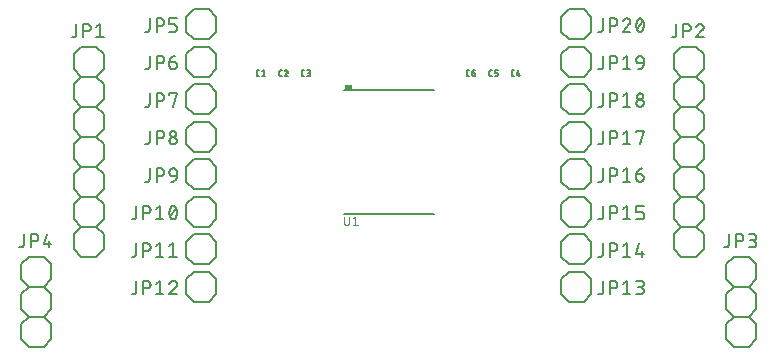
<source format=gbr>
G04 EAGLE Gerber RS-274X export*
G75*
%MOMM*%
%FSLAX34Y34*%
%LPD*%
%INSilkscreen Top*%
%IPPOS*%
%AMOC8*
5,1,8,0,0,1.08239X$1,22.5*%
G01*
%ADD10C,0.127000*%
%ADD11C,0.152400*%
%ADD12C,0.203200*%
%ADD13C,0.076200*%

G36*
X305552Y243875D02*
X305552Y243875D01*
X305554Y243874D01*
X305597Y243894D01*
X305641Y243912D01*
X305641Y243914D01*
X305643Y243915D01*
X305676Y244000D01*
X305676Y246500D01*
X305675Y246502D01*
X305676Y246504D01*
X305656Y246547D01*
X305638Y246591D01*
X305636Y246591D01*
X305635Y246593D01*
X305550Y246626D01*
X299550Y246626D01*
X299548Y246625D01*
X299546Y246626D01*
X299503Y246606D01*
X299459Y246588D01*
X299459Y246586D01*
X299457Y246585D01*
X299424Y246500D01*
X299424Y244000D01*
X299425Y243998D01*
X299424Y243996D01*
X299444Y243953D01*
X299462Y243909D01*
X299464Y243909D01*
X299465Y243907D01*
X299550Y243874D01*
X305550Y243874D01*
X305552Y243875D01*
G37*
D10*
X227104Y254635D02*
X226032Y254635D01*
X225967Y254637D01*
X225903Y254643D01*
X225839Y254653D01*
X225775Y254666D01*
X225713Y254684D01*
X225652Y254705D01*
X225592Y254729D01*
X225534Y254758D01*
X225477Y254790D01*
X225423Y254825D01*
X225371Y254863D01*
X225321Y254905D01*
X225274Y254949D01*
X225230Y254996D01*
X225188Y255046D01*
X225150Y255098D01*
X225115Y255152D01*
X225083Y255209D01*
X225054Y255267D01*
X225030Y255327D01*
X225009Y255388D01*
X224991Y255450D01*
X224978Y255514D01*
X224968Y255578D01*
X224962Y255642D01*
X224960Y255707D01*
X224959Y255707D02*
X224959Y258389D01*
X224960Y258389D02*
X224962Y258454D01*
X224968Y258518D01*
X224978Y258582D01*
X224991Y258646D01*
X225009Y258708D01*
X225030Y258769D01*
X225054Y258829D01*
X225083Y258887D01*
X225115Y258944D01*
X225150Y258998D01*
X225188Y259050D01*
X225230Y259100D01*
X225274Y259147D01*
X225321Y259191D01*
X225371Y259233D01*
X225423Y259271D01*
X225477Y259306D01*
X225534Y259338D01*
X225592Y259367D01*
X225652Y259391D01*
X225713Y259412D01*
X225775Y259430D01*
X225839Y259443D01*
X225903Y259453D01*
X225967Y259459D01*
X226032Y259461D01*
X227104Y259461D01*
X229560Y258389D02*
X230900Y259461D01*
X230900Y254635D01*
X229560Y254635D02*
X232241Y254635D01*
X245082Y254635D02*
X246154Y254635D01*
X245082Y254635D02*
X245017Y254637D01*
X244953Y254643D01*
X244889Y254653D01*
X244825Y254666D01*
X244763Y254684D01*
X244702Y254705D01*
X244642Y254729D01*
X244584Y254758D01*
X244527Y254790D01*
X244473Y254825D01*
X244421Y254863D01*
X244371Y254905D01*
X244324Y254949D01*
X244280Y254996D01*
X244238Y255046D01*
X244200Y255098D01*
X244165Y255152D01*
X244133Y255209D01*
X244104Y255267D01*
X244080Y255327D01*
X244059Y255388D01*
X244041Y255450D01*
X244028Y255514D01*
X244018Y255578D01*
X244012Y255642D01*
X244010Y255707D01*
X244009Y255707D02*
X244009Y258389D01*
X244010Y258389D02*
X244012Y258454D01*
X244018Y258518D01*
X244028Y258582D01*
X244041Y258646D01*
X244059Y258708D01*
X244080Y258769D01*
X244104Y258829D01*
X244133Y258887D01*
X244165Y258944D01*
X244200Y258998D01*
X244238Y259050D01*
X244280Y259100D01*
X244324Y259147D01*
X244371Y259191D01*
X244421Y259233D01*
X244473Y259271D01*
X244527Y259306D01*
X244584Y259338D01*
X244642Y259367D01*
X244702Y259391D01*
X244763Y259412D01*
X244825Y259430D01*
X244889Y259443D01*
X244953Y259453D01*
X245017Y259459D01*
X245082Y259461D01*
X246154Y259461D01*
X250084Y259461D02*
X250152Y259459D01*
X250219Y259453D01*
X250286Y259444D01*
X250353Y259431D01*
X250418Y259414D01*
X250483Y259393D01*
X250546Y259369D01*
X250608Y259341D01*
X250668Y259310D01*
X250726Y259276D01*
X250782Y259238D01*
X250837Y259198D01*
X250888Y259154D01*
X250937Y259107D01*
X250984Y259058D01*
X251028Y259007D01*
X251068Y258952D01*
X251106Y258896D01*
X251140Y258838D01*
X251171Y258778D01*
X251199Y258716D01*
X251223Y258653D01*
X251244Y258588D01*
X251261Y258523D01*
X251274Y258456D01*
X251283Y258389D01*
X251289Y258322D01*
X251291Y258254D01*
X250084Y259461D02*
X250006Y259459D01*
X249928Y259453D01*
X249851Y259443D01*
X249774Y259430D01*
X249698Y259412D01*
X249623Y259391D01*
X249549Y259366D01*
X249477Y259337D01*
X249406Y259305D01*
X249337Y259269D01*
X249269Y259230D01*
X249204Y259187D01*
X249141Y259141D01*
X249080Y259092D01*
X249022Y259040D01*
X248967Y258985D01*
X248914Y258928D01*
X248865Y258868D01*
X248818Y258805D01*
X248775Y258741D01*
X248735Y258674D01*
X248698Y258605D01*
X248665Y258534D01*
X248635Y258462D01*
X248609Y258389D01*
X250889Y257316D02*
X250938Y257365D01*
X250985Y257417D01*
X251028Y257472D01*
X251069Y257529D01*
X251107Y257588D01*
X251141Y257649D01*
X251172Y257712D01*
X251200Y257776D01*
X251224Y257842D01*
X251244Y257908D01*
X251261Y257976D01*
X251274Y258045D01*
X251283Y258114D01*
X251289Y258184D01*
X251291Y258254D01*
X250889Y257316D02*
X248610Y254635D01*
X251291Y254635D01*
X264132Y254635D02*
X265204Y254635D01*
X264132Y254635D02*
X264067Y254637D01*
X264003Y254643D01*
X263939Y254653D01*
X263875Y254666D01*
X263813Y254684D01*
X263752Y254705D01*
X263692Y254729D01*
X263634Y254758D01*
X263577Y254790D01*
X263523Y254825D01*
X263471Y254863D01*
X263421Y254905D01*
X263374Y254949D01*
X263330Y254996D01*
X263288Y255046D01*
X263250Y255098D01*
X263215Y255152D01*
X263183Y255209D01*
X263154Y255267D01*
X263130Y255327D01*
X263109Y255388D01*
X263091Y255450D01*
X263078Y255514D01*
X263068Y255578D01*
X263062Y255642D01*
X263060Y255707D01*
X263059Y255707D02*
X263059Y258389D01*
X263060Y258389D02*
X263062Y258454D01*
X263068Y258518D01*
X263078Y258582D01*
X263091Y258646D01*
X263109Y258708D01*
X263130Y258769D01*
X263154Y258829D01*
X263183Y258887D01*
X263215Y258944D01*
X263250Y258998D01*
X263288Y259050D01*
X263330Y259100D01*
X263374Y259147D01*
X263421Y259191D01*
X263471Y259233D01*
X263523Y259271D01*
X263577Y259306D01*
X263634Y259338D01*
X263692Y259367D01*
X263752Y259391D01*
X263813Y259412D01*
X263875Y259430D01*
X263939Y259443D01*
X264003Y259453D01*
X264067Y259459D01*
X264132Y259461D01*
X265204Y259461D01*
X267660Y254635D02*
X269000Y254635D01*
X269071Y254637D01*
X269143Y254643D01*
X269213Y254652D01*
X269283Y254665D01*
X269353Y254682D01*
X269421Y254703D01*
X269488Y254727D01*
X269554Y254755D01*
X269618Y254786D01*
X269681Y254821D01*
X269741Y254859D01*
X269800Y254900D01*
X269856Y254944D01*
X269910Y254991D01*
X269961Y255040D01*
X270009Y255093D01*
X270055Y255148D01*
X270097Y255205D01*
X270137Y255265D01*
X270173Y255326D01*
X270206Y255390D01*
X270235Y255455D01*
X270261Y255521D01*
X270284Y255589D01*
X270303Y255658D01*
X270318Y255728D01*
X270329Y255798D01*
X270337Y255869D01*
X270341Y255940D01*
X270341Y256012D01*
X270337Y256083D01*
X270329Y256154D01*
X270318Y256224D01*
X270303Y256294D01*
X270284Y256363D01*
X270261Y256431D01*
X270235Y256497D01*
X270206Y256562D01*
X270173Y256626D01*
X270137Y256687D01*
X270097Y256747D01*
X270055Y256804D01*
X270009Y256859D01*
X269961Y256912D01*
X269910Y256961D01*
X269856Y257008D01*
X269800Y257052D01*
X269741Y257093D01*
X269681Y257131D01*
X269618Y257166D01*
X269554Y257197D01*
X269488Y257225D01*
X269421Y257249D01*
X269353Y257270D01*
X269283Y257287D01*
X269213Y257300D01*
X269143Y257309D01*
X269071Y257315D01*
X269000Y257317D01*
X269268Y259461D02*
X267660Y259461D01*
X269268Y259461D02*
X269333Y259459D01*
X269397Y259453D01*
X269461Y259443D01*
X269525Y259430D01*
X269587Y259412D01*
X269648Y259391D01*
X269708Y259367D01*
X269766Y259338D01*
X269823Y259306D01*
X269877Y259271D01*
X269929Y259233D01*
X269979Y259191D01*
X270026Y259147D01*
X270070Y259100D01*
X270112Y259050D01*
X270150Y258998D01*
X270185Y258944D01*
X270217Y258887D01*
X270246Y258829D01*
X270270Y258769D01*
X270291Y258708D01*
X270309Y258646D01*
X270322Y258582D01*
X270332Y258518D01*
X270338Y258454D01*
X270340Y258389D01*
X270338Y258324D01*
X270332Y258260D01*
X270322Y258196D01*
X270309Y258132D01*
X270291Y258070D01*
X270270Y258009D01*
X270246Y257949D01*
X270217Y257891D01*
X270185Y257834D01*
X270150Y257780D01*
X270112Y257728D01*
X270070Y257678D01*
X270026Y257631D01*
X269979Y257587D01*
X269929Y257545D01*
X269877Y257507D01*
X269823Y257472D01*
X269766Y257440D01*
X269708Y257411D01*
X269648Y257387D01*
X269587Y257366D01*
X269525Y257348D01*
X269461Y257335D01*
X269397Y257325D01*
X269333Y257319D01*
X269268Y257317D01*
X269268Y257316D02*
X268196Y257316D01*
X441932Y254635D02*
X443004Y254635D01*
X441932Y254635D02*
X441867Y254637D01*
X441803Y254643D01*
X441739Y254653D01*
X441675Y254666D01*
X441613Y254684D01*
X441552Y254705D01*
X441492Y254729D01*
X441434Y254758D01*
X441377Y254790D01*
X441323Y254825D01*
X441271Y254863D01*
X441221Y254905D01*
X441174Y254949D01*
X441130Y254996D01*
X441088Y255046D01*
X441050Y255098D01*
X441015Y255152D01*
X440983Y255209D01*
X440954Y255267D01*
X440930Y255327D01*
X440909Y255388D01*
X440891Y255450D01*
X440878Y255514D01*
X440868Y255578D01*
X440862Y255642D01*
X440860Y255707D01*
X440859Y255707D02*
X440859Y258389D01*
X440860Y258389D02*
X440862Y258454D01*
X440868Y258518D01*
X440878Y258582D01*
X440891Y258646D01*
X440909Y258708D01*
X440930Y258769D01*
X440954Y258829D01*
X440983Y258887D01*
X441015Y258944D01*
X441050Y258998D01*
X441088Y259050D01*
X441130Y259100D01*
X441174Y259147D01*
X441221Y259191D01*
X441271Y259233D01*
X441323Y259271D01*
X441377Y259306D01*
X441434Y259338D01*
X441492Y259367D01*
X441552Y259391D01*
X441613Y259412D01*
X441675Y259430D01*
X441739Y259443D01*
X441803Y259453D01*
X441867Y259459D01*
X441932Y259461D01*
X443004Y259461D01*
X446532Y259461D02*
X445460Y255707D01*
X448141Y255707D01*
X447337Y256780D02*
X447337Y254635D01*
X423954Y254635D02*
X422882Y254635D01*
X422817Y254637D01*
X422753Y254643D01*
X422689Y254653D01*
X422625Y254666D01*
X422563Y254684D01*
X422502Y254705D01*
X422442Y254729D01*
X422384Y254758D01*
X422327Y254790D01*
X422273Y254825D01*
X422221Y254863D01*
X422171Y254905D01*
X422124Y254949D01*
X422080Y254996D01*
X422038Y255046D01*
X422000Y255098D01*
X421965Y255152D01*
X421933Y255209D01*
X421904Y255267D01*
X421880Y255327D01*
X421859Y255388D01*
X421841Y255450D01*
X421828Y255514D01*
X421818Y255578D01*
X421812Y255642D01*
X421810Y255707D01*
X421809Y255707D02*
X421809Y258389D01*
X421810Y258389D02*
X421812Y258454D01*
X421818Y258518D01*
X421828Y258582D01*
X421841Y258646D01*
X421859Y258708D01*
X421880Y258769D01*
X421904Y258829D01*
X421933Y258887D01*
X421965Y258944D01*
X422000Y258998D01*
X422038Y259050D01*
X422080Y259100D01*
X422124Y259147D01*
X422171Y259191D01*
X422221Y259233D01*
X422273Y259271D01*
X422327Y259306D01*
X422384Y259338D01*
X422442Y259367D01*
X422502Y259391D01*
X422563Y259412D01*
X422625Y259430D01*
X422689Y259443D01*
X422753Y259453D01*
X422817Y259459D01*
X422882Y259461D01*
X423954Y259461D01*
X426410Y254635D02*
X428018Y254635D01*
X428083Y254637D01*
X428147Y254643D01*
X428211Y254653D01*
X428275Y254666D01*
X428337Y254684D01*
X428398Y254705D01*
X428458Y254729D01*
X428516Y254758D01*
X428573Y254790D01*
X428627Y254825D01*
X428679Y254863D01*
X428729Y254905D01*
X428776Y254949D01*
X428820Y254996D01*
X428862Y255046D01*
X428900Y255098D01*
X428935Y255152D01*
X428967Y255209D01*
X428996Y255267D01*
X429020Y255327D01*
X429041Y255388D01*
X429059Y255450D01*
X429072Y255514D01*
X429082Y255578D01*
X429088Y255642D01*
X429090Y255707D01*
X429091Y255707D02*
X429091Y256244D01*
X429090Y256244D02*
X429088Y256309D01*
X429082Y256373D01*
X429072Y256437D01*
X429059Y256501D01*
X429041Y256563D01*
X429020Y256624D01*
X428996Y256684D01*
X428967Y256742D01*
X428935Y256799D01*
X428900Y256853D01*
X428862Y256905D01*
X428820Y256955D01*
X428776Y257002D01*
X428729Y257046D01*
X428679Y257088D01*
X428627Y257126D01*
X428573Y257161D01*
X428516Y257193D01*
X428458Y257222D01*
X428398Y257246D01*
X428337Y257267D01*
X428275Y257285D01*
X428211Y257298D01*
X428147Y257308D01*
X428083Y257314D01*
X428018Y257316D01*
X426410Y257316D01*
X426410Y259461D01*
X429091Y259461D01*
X404904Y254635D02*
X403832Y254635D01*
X403767Y254637D01*
X403703Y254643D01*
X403639Y254653D01*
X403575Y254666D01*
X403513Y254684D01*
X403452Y254705D01*
X403392Y254729D01*
X403334Y254758D01*
X403277Y254790D01*
X403223Y254825D01*
X403171Y254863D01*
X403121Y254905D01*
X403074Y254949D01*
X403030Y254996D01*
X402988Y255046D01*
X402950Y255098D01*
X402915Y255152D01*
X402883Y255209D01*
X402854Y255267D01*
X402830Y255327D01*
X402809Y255388D01*
X402791Y255450D01*
X402778Y255514D01*
X402768Y255578D01*
X402762Y255642D01*
X402760Y255707D01*
X402759Y255707D02*
X402759Y258389D01*
X402760Y258389D02*
X402762Y258454D01*
X402768Y258518D01*
X402778Y258582D01*
X402791Y258646D01*
X402809Y258708D01*
X402830Y258769D01*
X402854Y258829D01*
X402883Y258887D01*
X402915Y258944D01*
X402950Y258998D01*
X402988Y259050D01*
X403030Y259100D01*
X403074Y259147D01*
X403121Y259191D01*
X403171Y259233D01*
X403223Y259271D01*
X403277Y259306D01*
X403334Y259338D01*
X403392Y259367D01*
X403452Y259391D01*
X403513Y259412D01*
X403575Y259430D01*
X403639Y259443D01*
X403703Y259453D01*
X403767Y259459D01*
X403832Y259461D01*
X404904Y259461D01*
X407360Y257316D02*
X408968Y257316D01*
X409033Y257314D01*
X409097Y257308D01*
X409161Y257298D01*
X409225Y257285D01*
X409287Y257267D01*
X409348Y257246D01*
X409408Y257222D01*
X409466Y257193D01*
X409523Y257161D01*
X409577Y257126D01*
X409629Y257088D01*
X409679Y257046D01*
X409726Y257002D01*
X409770Y256955D01*
X409812Y256905D01*
X409850Y256853D01*
X409885Y256799D01*
X409917Y256742D01*
X409946Y256684D01*
X409970Y256624D01*
X409991Y256563D01*
X410009Y256501D01*
X410022Y256437D01*
X410032Y256373D01*
X410038Y256309D01*
X410040Y256244D01*
X410041Y256244D02*
X410041Y255976D01*
X410039Y255905D01*
X410033Y255833D01*
X410024Y255763D01*
X410011Y255693D01*
X409994Y255623D01*
X409973Y255555D01*
X409949Y255488D01*
X409921Y255422D01*
X409890Y255358D01*
X409855Y255295D01*
X409817Y255235D01*
X409776Y255176D01*
X409732Y255120D01*
X409685Y255066D01*
X409636Y255015D01*
X409583Y254967D01*
X409528Y254921D01*
X409471Y254879D01*
X409411Y254839D01*
X409350Y254803D01*
X409286Y254770D01*
X409221Y254741D01*
X409155Y254715D01*
X409087Y254692D01*
X409018Y254673D01*
X408948Y254658D01*
X408878Y254647D01*
X408807Y254639D01*
X408736Y254635D01*
X408664Y254635D01*
X408593Y254639D01*
X408522Y254647D01*
X408452Y254658D01*
X408382Y254673D01*
X408313Y254692D01*
X408245Y254715D01*
X408179Y254741D01*
X408114Y254770D01*
X408050Y254803D01*
X407989Y254839D01*
X407929Y254879D01*
X407872Y254921D01*
X407817Y254967D01*
X407764Y255015D01*
X407715Y255066D01*
X407668Y255120D01*
X407624Y255176D01*
X407583Y255235D01*
X407545Y255295D01*
X407510Y255358D01*
X407479Y255422D01*
X407451Y255488D01*
X407427Y255555D01*
X407406Y255623D01*
X407389Y255693D01*
X407376Y255763D01*
X407367Y255833D01*
X407361Y255905D01*
X407359Y255976D01*
X407360Y255976D02*
X407360Y257316D01*
X407362Y257407D01*
X407368Y257498D01*
X407377Y257588D01*
X407391Y257679D01*
X407408Y257768D01*
X407429Y257856D01*
X407454Y257944D01*
X407483Y258031D01*
X407515Y258116D01*
X407550Y258200D01*
X407590Y258282D01*
X407632Y258362D01*
X407678Y258441D01*
X407728Y258517D01*
X407780Y258591D01*
X407836Y258664D01*
X407895Y258733D01*
X407956Y258800D01*
X408021Y258865D01*
X408088Y258926D01*
X408157Y258985D01*
X408229Y259041D01*
X408304Y259093D01*
X408380Y259143D01*
X408459Y259189D01*
X408539Y259231D01*
X408621Y259271D01*
X408705Y259306D01*
X408790Y259338D01*
X408877Y259367D01*
X408964Y259392D01*
X409053Y259413D01*
X409142Y259430D01*
X409233Y259444D01*
X409323Y259453D01*
X409414Y259459D01*
X409505Y259461D01*
D11*
X95250Y146050D02*
X88900Y152400D01*
X95250Y146050D02*
X95250Y133350D01*
X88900Y127000D01*
X76200Y127000D01*
X69850Y133350D01*
X69850Y146050D01*
X76200Y152400D01*
X95250Y184150D02*
X95250Y196850D01*
X95250Y184150D02*
X88900Y177800D01*
X76200Y177800D01*
X69850Y184150D01*
X88900Y177800D02*
X95250Y171450D01*
X95250Y158750D01*
X88900Y152400D01*
X76200Y152400D01*
X69850Y158750D01*
X69850Y171450D01*
X76200Y177800D01*
X95250Y222250D02*
X88900Y228600D01*
X95250Y222250D02*
X95250Y209550D01*
X88900Y203200D01*
X76200Y203200D01*
X69850Y209550D01*
X69850Y222250D01*
X76200Y228600D01*
X88900Y203200D02*
X95250Y196850D01*
X76200Y203200D02*
X69850Y196850D01*
X69850Y184150D01*
X95250Y260350D02*
X95250Y273050D01*
X95250Y260350D02*
X88900Y254000D01*
X76200Y254000D01*
X69850Y260350D01*
X88900Y254000D02*
X95250Y247650D01*
X95250Y234950D01*
X88900Y228600D01*
X76200Y228600D01*
X69850Y234950D01*
X69850Y247650D01*
X76200Y254000D01*
X76200Y279400D02*
X88900Y279400D01*
X95250Y273050D01*
X76200Y279400D02*
X69850Y273050D01*
X69850Y260350D01*
X95250Y120650D02*
X95250Y107950D01*
X88900Y101600D01*
X76200Y101600D01*
X69850Y107950D01*
X88900Y127000D02*
X95250Y120650D01*
X76200Y127000D02*
X69850Y120650D01*
X69850Y107950D01*
D10*
X72099Y289687D02*
X72099Y298577D01*
X72099Y289687D02*
X72097Y289587D01*
X72091Y289488D01*
X72081Y289388D01*
X72068Y289290D01*
X72050Y289191D01*
X72029Y289094D01*
X72004Y288998D01*
X71975Y288902D01*
X71942Y288808D01*
X71906Y288715D01*
X71866Y288624D01*
X71822Y288534D01*
X71775Y288446D01*
X71725Y288360D01*
X71671Y288276D01*
X71614Y288194D01*
X71554Y288115D01*
X71490Y288037D01*
X71424Y287963D01*
X71355Y287891D01*
X71283Y287822D01*
X71209Y287756D01*
X71131Y287692D01*
X71052Y287632D01*
X70970Y287575D01*
X70886Y287521D01*
X70800Y287471D01*
X70712Y287424D01*
X70622Y287380D01*
X70531Y287340D01*
X70438Y287304D01*
X70344Y287271D01*
X70248Y287242D01*
X70152Y287217D01*
X70055Y287196D01*
X69956Y287178D01*
X69858Y287165D01*
X69758Y287155D01*
X69659Y287149D01*
X69559Y287147D01*
X68289Y287147D01*
X78079Y287147D02*
X78079Y298577D01*
X81254Y298577D01*
X81365Y298575D01*
X81475Y298569D01*
X81586Y298560D01*
X81696Y298546D01*
X81805Y298529D01*
X81914Y298508D01*
X82022Y298483D01*
X82129Y298454D01*
X82235Y298422D01*
X82340Y298386D01*
X82443Y298346D01*
X82545Y298303D01*
X82646Y298256D01*
X82745Y298205D01*
X82842Y298152D01*
X82936Y298095D01*
X83029Y298034D01*
X83120Y297971D01*
X83209Y297904D01*
X83295Y297834D01*
X83378Y297761D01*
X83460Y297686D01*
X83538Y297608D01*
X83613Y297526D01*
X83686Y297443D01*
X83756Y297357D01*
X83823Y297268D01*
X83886Y297177D01*
X83947Y297084D01*
X84004Y296989D01*
X84057Y296893D01*
X84108Y296794D01*
X84155Y296693D01*
X84198Y296591D01*
X84238Y296488D01*
X84274Y296383D01*
X84306Y296277D01*
X84335Y296170D01*
X84360Y296062D01*
X84381Y295953D01*
X84398Y295844D01*
X84412Y295734D01*
X84421Y295623D01*
X84427Y295513D01*
X84429Y295402D01*
X84427Y295291D01*
X84421Y295181D01*
X84412Y295070D01*
X84398Y294960D01*
X84381Y294851D01*
X84360Y294742D01*
X84335Y294634D01*
X84306Y294527D01*
X84274Y294421D01*
X84238Y294316D01*
X84198Y294213D01*
X84155Y294111D01*
X84108Y294010D01*
X84057Y293911D01*
X84004Y293814D01*
X83947Y293720D01*
X83886Y293627D01*
X83823Y293536D01*
X83756Y293447D01*
X83686Y293361D01*
X83613Y293278D01*
X83538Y293196D01*
X83460Y293118D01*
X83378Y293043D01*
X83295Y292970D01*
X83209Y292900D01*
X83120Y292833D01*
X83029Y292770D01*
X82936Y292709D01*
X82841Y292652D01*
X82745Y292599D01*
X82646Y292548D01*
X82545Y292501D01*
X82443Y292458D01*
X82340Y292418D01*
X82235Y292382D01*
X82129Y292350D01*
X82022Y292321D01*
X81914Y292296D01*
X81805Y292275D01*
X81696Y292258D01*
X81586Y292244D01*
X81475Y292235D01*
X81365Y292229D01*
X81254Y292227D01*
X78079Y292227D01*
X88937Y296037D02*
X92112Y298577D01*
X92112Y287147D01*
X88937Y287147D02*
X95287Y287147D01*
D11*
X171450Y152400D02*
X184150Y152400D01*
X190500Y146050D01*
X190500Y133350D01*
X184150Y127000D01*
X165100Y133350D02*
X165100Y146050D01*
X171450Y152400D01*
X165100Y133350D02*
X171450Y127000D01*
X184150Y127000D01*
D10*
X122734Y135763D02*
X122734Y144653D01*
X122734Y135763D02*
X122732Y135663D01*
X122726Y135564D01*
X122716Y135464D01*
X122703Y135366D01*
X122685Y135267D01*
X122664Y135170D01*
X122639Y135074D01*
X122610Y134978D01*
X122577Y134884D01*
X122541Y134791D01*
X122501Y134700D01*
X122457Y134610D01*
X122410Y134522D01*
X122360Y134436D01*
X122306Y134352D01*
X122249Y134270D01*
X122189Y134191D01*
X122125Y134113D01*
X122059Y134039D01*
X121990Y133967D01*
X121918Y133898D01*
X121844Y133832D01*
X121766Y133768D01*
X121687Y133708D01*
X121605Y133651D01*
X121521Y133597D01*
X121435Y133547D01*
X121347Y133500D01*
X121257Y133456D01*
X121166Y133416D01*
X121073Y133380D01*
X120979Y133347D01*
X120883Y133318D01*
X120787Y133293D01*
X120690Y133272D01*
X120591Y133254D01*
X120493Y133241D01*
X120393Y133231D01*
X120294Y133225D01*
X120194Y133223D01*
X118924Y133223D01*
X128715Y133223D02*
X128715Y144653D01*
X131890Y144653D01*
X132001Y144651D01*
X132111Y144645D01*
X132222Y144636D01*
X132332Y144622D01*
X132441Y144605D01*
X132550Y144584D01*
X132658Y144559D01*
X132765Y144530D01*
X132871Y144498D01*
X132976Y144462D01*
X133079Y144422D01*
X133181Y144379D01*
X133282Y144332D01*
X133381Y144281D01*
X133478Y144228D01*
X133572Y144171D01*
X133665Y144110D01*
X133756Y144047D01*
X133845Y143980D01*
X133931Y143910D01*
X134014Y143837D01*
X134096Y143762D01*
X134174Y143684D01*
X134249Y143602D01*
X134322Y143519D01*
X134392Y143433D01*
X134459Y143344D01*
X134522Y143253D01*
X134583Y143160D01*
X134640Y143065D01*
X134693Y142969D01*
X134744Y142870D01*
X134791Y142769D01*
X134834Y142667D01*
X134874Y142564D01*
X134910Y142459D01*
X134942Y142353D01*
X134971Y142246D01*
X134996Y142138D01*
X135017Y142029D01*
X135034Y141920D01*
X135048Y141810D01*
X135057Y141699D01*
X135063Y141589D01*
X135065Y141478D01*
X135063Y141367D01*
X135057Y141257D01*
X135048Y141146D01*
X135034Y141036D01*
X135017Y140927D01*
X134996Y140818D01*
X134971Y140710D01*
X134942Y140603D01*
X134910Y140497D01*
X134874Y140392D01*
X134834Y140289D01*
X134791Y140187D01*
X134744Y140086D01*
X134693Y139987D01*
X134640Y139890D01*
X134583Y139796D01*
X134522Y139703D01*
X134459Y139612D01*
X134392Y139523D01*
X134322Y139437D01*
X134249Y139354D01*
X134174Y139272D01*
X134096Y139194D01*
X134014Y139119D01*
X133931Y139046D01*
X133845Y138976D01*
X133756Y138909D01*
X133665Y138846D01*
X133572Y138785D01*
X133477Y138728D01*
X133381Y138675D01*
X133282Y138624D01*
X133181Y138577D01*
X133079Y138534D01*
X132976Y138494D01*
X132871Y138458D01*
X132765Y138426D01*
X132658Y138397D01*
X132550Y138372D01*
X132441Y138351D01*
X132332Y138334D01*
X132222Y138320D01*
X132111Y138311D01*
X132001Y138305D01*
X131890Y138303D01*
X128715Y138303D01*
X139573Y142113D02*
X142748Y144653D01*
X142748Y133223D01*
X139573Y133223D02*
X145923Y133223D01*
X151003Y138938D02*
X151006Y139163D01*
X151014Y139388D01*
X151027Y139612D01*
X151046Y139836D01*
X151070Y140060D01*
X151099Y140283D01*
X151134Y140505D01*
X151174Y140726D01*
X151220Y140946D01*
X151270Y141165D01*
X151326Y141383D01*
X151387Y141600D01*
X151453Y141815D01*
X151524Y142028D01*
X151601Y142239D01*
X151682Y142449D01*
X151768Y142657D01*
X151859Y142862D01*
X151955Y143065D01*
X151955Y143066D02*
X151987Y143154D01*
X152023Y143241D01*
X152062Y143327D01*
X152105Y143411D01*
X152151Y143493D01*
X152200Y143573D01*
X152252Y143651D01*
X152308Y143727D01*
X152366Y143801D01*
X152428Y143872D01*
X152492Y143941D01*
X152559Y144007D01*
X152628Y144070D01*
X152700Y144131D01*
X152774Y144189D01*
X152851Y144243D01*
X152929Y144295D01*
X153010Y144343D01*
X153092Y144388D01*
X153177Y144430D01*
X153263Y144468D01*
X153350Y144503D01*
X153438Y144535D01*
X153528Y144562D01*
X153619Y144587D01*
X153711Y144607D01*
X153803Y144624D01*
X153897Y144637D01*
X153990Y144646D01*
X154084Y144652D01*
X154178Y144654D01*
X154272Y144652D01*
X154366Y144646D01*
X154459Y144637D01*
X154553Y144624D01*
X154645Y144607D01*
X154737Y144587D01*
X154828Y144562D01*
X154918Y144535D01*
X155006Y144503D01*
X155093Y144468D01*
X155179Y144430D01*
X155264Y144388D01*
X155346Y144343D01*
X155427Y144295D01*
X155505Y144243D01*
X155582Y144189D01*
X155656Y144131D01*
X155728Y144070D01*
X155797Y144007D01*
X155864Y143941D01*
X155928Y143872D01*
X155990Y143801D01*
X156048Y143727D01*
X156104Y143651D01*
X156156Y143573D01*
X156205Y143493D01*
X156251Y143411D01*
X156294Y143327D01*
X156333Y143241D01*
X156369Y143154D01*
X156401Y143066D01*
X156401Y143065D02*
X156497Y142862D01*
X156588Y142657D01*
X156674Y142449D01*
X156755Y142239D01*
X156832Y142028D01*
X156903Y141815D01*
X156969Y141600D01*
X157030Y141383D01*
X157086Y141165D01*
X157136Y140946D01*
X157182Y140726D01*
X157222Y140505D01*
X157257Y140283D01*
X157286Y140060D01*
X157310Y139836D01*
X157329Y139612D01*
X157342Y139388D01*
X157350Y139163D01*
X157353Y138938D01*
X151003Y138938D02*
X151006Y138713D01*
X151014Y138488D01*
X151027Y138264D01*
X151046Y138040D01*
X151070Y137816D01*
X151099Y137593D01*
X151134Y137371D01*
X151174Y137150D01*
X151220Y136930D01*
X151270Y136711D01*
X151326Y136493D01*
X151387Y136276D01*
X151453Y136061D01*
X151524Y135848D01*
X151601Y135637D01*
X151682Y135427D01*
X151768Y135219D01*
X151859Y135014D01*
X151955Y134811D01*
X151987Y134723D01*
X152023Y134636D01*
X152062Y134550D01*
X152105Y134466D01*
X152151Y134384D01*
X152200Y134304D01*
X152252Y134226D01*
X152308Y134150D01*
X152366Y134076D01*
X152428Y134005D01*
X152492Y133936D01*
X152559Y133870D01*
X152628Y133807D01*
X152700Y133746D01*
X152774Y133688D01*
X152851Y133634D01*
X152929Y133582D01*
X153010Y133534D01*
X153092Y133489D01*
X153177Y133447D01*
X153263Y133409D01*
X153350Y133374D01*
X153438Y133342D01*
X153528Y133315D01*
X153619Y133290D01*
X153711Y133270D01*
X153803Y133253D01*
X153897Y133240D01*
X153990Y133231D01*
X154084Y133225D01*
X154178Y133223D01*
X156401Y134811D02*
X156497Y135014D01*
X156588Y135219D01*
X156674Y135427D01*
X156755Y135637D01*
X156832Y135848D01*
X156903Y136061D01*
X156969Y136276D01*
X157030Y136493D01*
X157086Y136711D01*
X157136Y136930D01*
X157182Y137150D01*
X157222Y137371D01*
X157257Y137593D01*
X157286Y137816D01*
X157310Y138040D01*
X157329Y138264D01*
X157342Y138488D01*
X157350Y138713D01*
X157353Y138938D01*
X156401Y134811D02*
X156369Y134723D01*
X156333Y134636D01*
X156294Y134550D01*
X156251Y134466D01*
X156205Y134384D01*
X156156Y134304D01*
X156104Y134226D01*
X156048Y134150D01*
X155990Y134076D01*
X155928Y134005D01*
X155864Y133936D01*
X155797Y133870D01*
X155728Y133807D01*
X155656Y133746D01*
X155582Y133688D01*
X155505Y133634D01*
X155427Y133582D01*
X155346Y133534D01*
X155264Y133489D01*
X155179Y133447D01*
X155093Y133409D01*
X155006Y133374D01*
X154918Y133342D01*
X154828Y133315D01*
X154737Y133290D01*
X154645Y133270D01*
X154553Y133253D01*
X154459Y133240D01*
X154366Y133231D01*
X154272Y133225D01*
X154178Y133223D01*
X151638Y135763D02*
X156718Y142113D01*
D11*
X171450Y120650D02*
X184150Y120650D01*
X190500Y114300D01*
X190500Y101600D01*
X184150Y95250D01*
X165100Y101600D02*
X165100Y114300D01*
X171450Y120650D01*
X165100Y101600D02*
X171450Y95250D01*
X184150Y95250D01*
D10*
X122734Y104013D02*
X122734Y112903D01*
X122734Y104013D02*
X122732Y103913D01*
X122726Y103814D01*
X122716Y103714D01*
X122703Y103616D01*
X122685Y103517D01*
X122664Y103420D01*
X122639Y103324D01*
X122610Y103228D01*
X122577Y103134D01*
X122541Y103041D01*
X122501Y102950D01*
X122457Y102860D01*
X122410Y102772D01*
X122360Y102686D01*
X122306Y102602D01*
X122249Y102520D01*
X122189Y102441D01*
X122125Y102363D01*
X122059Y102289D01*
X121990Y102217D01*
X121918Y102148D01*
X121844Y102082D01*
X121766Y102018D01*
X121687Y101958D01*
X121605Y101901D01*
X121521Y101847D01*
X121435Y101797D01*
X121347Y101750D01*
X121257Y101706D01*
X121166Y101666D01*
X121073Y101630D01*
X120979Y101597D01*
X120883Y101568D01*
X120787Y101543D01*
X120690Y101522D01*
X120591Y101504D01*
X120493Y101491D01*
X120393Y101481D01*
X120294Y101475D01*
X120194Y101473D01*
X118924Y101473D01*
X128715Y101473D02*
X128715Y112903D01*
X131890Y112903D01*
X132001Y112901D01*
X132111Y112895D01*
X132222Y112886D01*
X132332Y112872D01*
X132441Y112855D01*
X132550Y112834D01*
X132658Y112809D01*
X132765Y112780D01*
X132871Y112748D01*
X132976Y112712D01*
X133079Y112672D01*
X133181Y112629D01*
X133282Y112582D01*
X133381Y112531D01*
X133478Y112478D01*
X133572Y112421D01*
X133665Y112360D01*
X133756Y112297D01*
X133845Y112230D01*
X133931Y112160D01*
X134014Y112087D01*
X134096Y112012D01*
X134174Y111934D01*
X134249Y111852D01*
X134322Y111769D01*
X134392Y111683D01*
X134459Y111594D01*
X134522Y111503D01*
X134583Y111410D01*
X134640Y111315D01*
X134693Y111219D01*
X134744Y111120D01*
X134791Y111019D01*
X134834Y110917D01*
X134874Y110814D01*
X134910Y110709D01*
X134942Y110603D01*
X134971Y110496D01*
X134996Y110388D01*
X135017Y110279D01*
X135034Y110170D01*
X135048Y110060D01*
X135057Y109949D01*
X135063Y109839D01*
X135065Y109728D01*
X135063Y109617D01*
X135057Y109507D01*
X135048Y109396D01*
X135034Y109286D01*
X135017Y109177D01*
X134996Y109068D01*
X134971Y108960D01*
X134942Y108853D01*
X134910Y108747D01*
X134874Y108642D01*
X134834Y108539D01*
X134791Y108437D01*
X134744Y108336D01*
X134693Y108237D01*
X134640Y108140D01*
X134583Y108046D01*
X134522Y107953D01*
X134459Y107862D01*
X134392Y107773D01*
X134322Y107687D01*
X134249Y107604D01*
X134174Y107522D01*
X134096Y107444D01*
X134014Y107369D01*
X133931Y107296D01*
X133845Y107226D01*
X133756Y107159D01*
X133665Y107096D01*
X133572Y107035D01*
X133477Y106978D01*
X133381Y106925D01*
X133282Y106874D01*
X133181Y106827D01*
X133079Y106784D01*
X132976Y106744D01*
X132871Y106708D01*
X132765Y106676D01*
X132658Y106647D01*
X132550Y106622D01*
X132441Y106601D01*
X132332Y106584D01*
X132222Y106570D01*
X132111Y106561D01*
X132001Y106555D01*
X131890Y106553D01*
X128715Y106553D01*
X139573Y110363D02*
X142748Y112903D01*
X142748Y101473D01*
X139573Y101473D02*
X145923Y101473D01*
X151003Y110363D02*
X154178Y112903D01*
X154178Y101473D01*
X151003Y101473D02*
X157353Y101473D01*
D11*
X171450Y88900D02*
X184150Y88900D01*
X190500Y82550D01*
X190500Y69850D01*
X184150Y63500D01*
X165100Y69850D02*
X165100Y82550D01*
X171450Y88900D01*
X165100Y69850D02*
X171450Y63500D01*
X184150Y63500D01*
D10*
X122734Y72263D02*
X122734Y81153D01*
X122734Y72263D02*
X122732Y72163D01*
X122726Y72064D01*
X122716Y71964D01*
X122703Y71866D01*
X122685Y71767D01*
X122664Y71670D01*
X122639Y71574D01*
X122610Y71478D01*
X122577Y71384D01*
X122541Y71291D01*
X122501Y71200D01*
X122457Y71110D01*
X122410Y71022D01*
X122360Y70936D01*
X122306Y70852D01*
X122249Y70770D01*
X122189Y70691D01*
X122125Y70613D01*
X122059Y70539D01*
X121990Y70467D01*
X121918Y70398D01*
X121844Y70332D01*
X121766Y70268D01*
X121687Y70208D01*
X121605Y70151D01*
X121521Y70097D01*
X121435Y70047D01*
X121347Y70000D01*
X121257Y69956D01*
X121166Y69916D01*
X121073Y69880D01*
X120979Y69847D01*
X120883Y69818D01*
X120787Y69793D01*
X120690Y69772D01*
X120591Y69754D01*
X120493Y69741D01*
X120393Y69731D01*
X120294Y69725D01*
X120194Y69723D01*
X118924Y69723D01*
X128715Y69723D02*
X128715Y81153D01*
X131890Y81153D01*
X132001Y81151D01*
X132111Y81145D01*
X132222Y81136D01*
X132332Y81122D01*
X132441Y81105D01*
X132550Y81084D01*
X132658Y81059D01*
X132765Y81030D01*
X132871Y80998D01*
X132976Y80962D01*
X133079Y80922D01*
X133181Y80879D01*
X133282Y80832D01*
X133381Y80781D01*
X133478Y80728D01*
X133572Y80671D01*
X133665Y80610D01*
X133756Y80547D01*
X133845Y80480D01*
X133931Y80410D01*
X134014Y80337D01*
X134096Y80262D01*
X134174Y80184D01*
X134249Y80102D01*
X134322Y80019D01*
X134392Y79933D01*
X134459Y79844D01*
X134522Y79753D01*
X134583Y79660D01*
X134640Y79565D01*
X134693Y79469D01*
X134744Y79370D01*
X134791Y79269D01*
X134834Y79167D01*
X134874Y79064D01*
X134910Y78959D01*
X134942Y78853D01*
X134971Y78746D01*
X134996Y78638D01*
X135017Y78529D01*
X135034Y78420D01*
X135048Y78310D01*
X135057Y78199D01*
X135063Y78089D01*
X135065Y77978D01*
X135063Y77867D01*
X135057Y77757D01*
X135048Y77646D01*
X135034Y77536D01*
X135017Y77427D01*
X134996Y77318D01*
X134971Y77210D01*
X134942Y77103D01*
X134910Y76997D01*
X134874Y76892D01*
X134834Y76789D01*
X134791Y76687D01*
X134744Y76586D01*
X134693Y76487D01*
X134640Y76390D01*
X134583Y76296D01*
X134522Y76203D01*
X134459Y76112D01*
X134392Y76023D01*
X134322Y75937D01*
X134249Y75854D01*
X134174Y75772D01*
X134096Y75694D01*
X134014Y75619D01*
X133931Y75546D01*
X133845Y75476D01*
X133756Y75409D01*
X133665Y75346D01*
X133572Y75285D01*
X133477Y75228D01*
X133381Y75175D01*
X133282Y75124D01*
X133181Y75077D01*
X133079Y75034D01*
X132976Y74994D01*
X132871Y74958D01*
X132765Y74926D01*
X132658Y74897D01*
X132550Y74872D01*
X132441Y74851D01*
X132332Y74834D01*
X132222Y74820D01*
X132111Y74811D01*
X132001Y74805D01*
X131890Y74803D01*
X128715Y74803D01*
X139573Y78613D02*
X142748Y81153D01*
X142748Y69723D01*
X139573Y69723D02*
X145923Y69723D01*
X157354Y78296D02*
X157352Y78400D01*
X157346Y78505D01*
X157337Y78609D01*
X157324Y78712D01*
X157306Y78815D01*
X157286Y78917D01*
X157261Y79019D01*
X157233Y79119D01*
X157201Y79219D01*
X157165Y79317D01*
X157126Y79414D01*
X157084Y79509D01*
X157038Y79603D01*
X156988Y79695D01*
X156936Y79785D01*
X156880Y79873D01*
X156820Y79959D01*
X156758Y80043D01*
X156693Y80124D01*
X156625Y80203D01*
X156553Y80280D01*
X156480Y80353D01*
X156403Y80425D01*
X156324Y80493D01*
X156243Y80558D01*
X156159Y80620D01*
X156073Y80680D01*
X155985Y80736D01*
X155895Y80788D01*
X155803Y80838D01*
X155709Y80884D01*
X155614Y80926D01*
X155517Y80965D01*
X155419Y81001D01*
X155319Y81033D01*
X155219Y81061D01*
X155117Y81086D01*
X155015Y81106D01*
X154912Y81124D01*
X154809Y81137D01*
X154705Y81146D01*
X154600Y81152D01*
X154496Y81154D01*
X154496Y81153D02*
X154378Y81151D01*
X154259Y81145D01*
X154141Y81136D01*
X154024Y81123D01*
X153907Y81105D01*
X153790Y81085D01*
X153674Y81060D01*
X153559Y81032D01*
X153446Y80999D01*
X153333Y80964D01*
X153221Y80924D01*
X153111Y80882D01*
X153002Y80835D01*
X152894Y80785D01*
X152789Y80732D01*
X152685Y80675D01*
X152583Y80615D01*
X152483Y80552D01*
X152385Y80485D01*
X152289Y80416D01*
X152196Y80343D01*
X152105Y80267D01*
X152016Y80189D01*
X151930Y80107D01*
X151847Y80023D01*
X151766Y79937D01*
X151689Y79847D01*
X151614Y79756D01*
X151542Y79662D01*
X151473Y79565D01*
X151408Y79467D01*
X151345Y79366D01*
X151286Y79263D01*
X151230Y79159D01*
X151178Y79053D01*
X151129Y78945D01*
X151084Y78836D01*
X151042Y78725D01*
X151004Y78613D01*
X156401Y76074D02*
X156477Y76149D01*
X156552Y76228D01*
X156623Y76309D01*
X156692Y76393D01*
X156757Y76479D01*
X156819Y76567D01*
X156879Y76657D01*
X156935Y76749D01*
X156988Y76844D01*
X157037Y76940D01*
X157083Y77038D01*
X157126Y77137D01*
X157165Y77238D01*
X157200Y77340D01*
X157232Y77443D01*
X157260Y77547D01*
X157285Y77652D01*
X157306Y77759D01*
X157323Y77865D01*
X157336Y77972D01*
X157345Y78080D01*
X157351Y78188D01*
X157353Y78296D01*
X156401Y76073D02*
X151003Y69723D01*
X157353Y69723D01*
D11*
X488950Y88900D02*
X501650Y88900D01*
X508000Y82550D01*
X508000Y69850D01*
X501650Y63500D01*
X482600Y69850D02*
X482600Y82550D01*
X488950Y88900D01*
X482600Y69850D02*
X488950Y63500D01*
X501650Y63500D01*
D10*
X518033Y72263D02*
X518033Y81153D01*
X518033Y72263D02*
X518031Y72163D01*
X518025Y72064D01*
X518015Y71964D01*
X518002Y71866D01*
X517984Y71767D01*
X517963Y71670D01*
X517938Y71574D01*
X517909Y71478D01*
X517876Y71384D01*
X517840Y71291D01*
X517800Y71200D01*
X517756Y71110D01*
X517709Y71022D01*
X517659Y70936D01*
X517605Y70852D01*
X517548Y70770D01*
X517488Y70691D01*
X517424Y70613D01*
X517358Y70539D01*
X517289Y70467D01*
X517217Y70398D01*
X517143Y70332D01*
X517065Y70268D01*
X516986Y70208D01*
X516904Y70151D01*
X516820Y70097D01*
X516734Y70047D01*
X516646Y70000D01*
X516556Y69956D01*
X516465Y69916D01*
X516372Y69880D01*
X516278Y69847D01*
X516182Y69818D01*
X516086Y69793D01*
X515989Y69772D01*
X515890Y69754D01*
X515792Y69741D01*
X515692Y69731D01*
X515593Y69725D01*
X515493Y69723D01*
X514223Y69723D01*
X524013Y69723D02*
X524013Y81153D01*
X527188Y81153D01*
X527299Y81151D01*
X527409Y81145D01*
X527520Y81136D01*
X527630Y81122D01*
X527739Y81105D01*
X527848Y81084D01*
X527956Y81059D01*
X528063Y81030D01*
X528169Y80998D01*
X528274Y80962D01*
X528377Y80922D01*
X528479Y80879D01*
X528580Y80832D01*
X528679Y80781D01*
X528776Y80728D01*
X528870Y80671D01*
X528963Y80610D01*
X529054Y80547D01*
X529143Y80480D01*
X529229Y80410D01*
X529312Y80337D01*
X529394Y80262D01*
X529472Y80184D01*
X529547Y80102D01*
X529620Y80019D01*
X529690Y79933D01*
X529757Y79844D01*
X529820Y79753D01*
X529881Y79660D01*
X529938Y79565D01*
X529991Y79469D01*
X530042Y79370D01*
X530089Y79269D01*
X530132Y79167D01*
X530172Y79064D01*
X530208Y78959D01*
X530240Y78853D01*
X530269Y78746D01*
X530294Y78638D01*
X530315Y78529D01*
X530332Y78420D01*
X530346Y78310D01*
X530355Y78199D01*
X530361Y78089D01*
X530363Y77978D01*
X530361Y77867D01*
X530355Y77757D01*
X530346Y77646D01*
X530332Y77536D01*
X530315Y77427D01*
X530294Y77318D01*
X530269Y77210D01*
X530240Y77103D01*
X530208Y76997D01*
X530172Y76892D01*
X530132Y76789D01*
X530089Y76687D01*
X530042Y76586D01*
X529991Y76487D01*
X529938Y76390D01*
X529881Y76296D01*
X529820Y76203D01*
X529757Y76112D01*
X529690Y76023D01*
X529620Y75937D01*
X529547Y75854D01*
X529472Y75772D01*
X529394Y75694D01*
X529312Y75619D01*
X529229Y75546D01*
X529143Y75476D01*
X529054Y75409D01*
X528963Y75346D01*
X528870Y75285D01*
X528776Y75228D01*
X528679Y75175D01*
X528580Y75124D01*
X528479Y75077D01*
X528377Y75034D01*
X528274Y74994D01*
X528169Y74958D01*
X528063Y74926D01*
X527956Y74897D01*
X527848Y74872D01*
X527739Y74851D01*
X527630Y74834D01*
X527520Y74820D01*
X527409Y74811D01*
X527299Y74805D01*
X527188Y74803D01*
X524013Y74803D01*
X534872Y78613D02*
X538047Y81153D01*
X538047Y69723D01*
X534872Y69723D02*
X541222Y69723D01*
X546302Y69723D02*
X549477Y69723D01*
X549588Y69725D01*
X549698Y69731D01*
X549809Y69740D01*
X549919Y69754D01*
X550028Y69771D01*
X550137Y69792D01*
X550245Y69817D01*
X550352Y69846D01*
X550458Y69878D01*
X550563Y69914D01*
X550666Y69954D01*
X550768Y69997D01*
X550869Y70044D01*
X550968Y70095D01*
X551065Y70148D01*
X551159Y70205D01*
X551252Y70266D01*
X551343Y70329D01*
X551432Y70396D01*
X551518Y70466D01*
X551601Y70539D01*
X551683Y70614D01*
X551761Y70692D01*
X551836Y70774D01*
X551909Y70857D01*
X551979Y70943D01*
X552046Y71032D01*
X552109Y71123D01*
X552170Y71216D01*
X552227Y71310D01*
X552280Y71407D01*
X552331Y71506D01*
X552378Y71607D01*
X552421Y71709D01*
X552461Y71812D01*
X552497Y71917D01*
X552529Y72023D01*
X552558Y72130D01*
X552583Y72238D01*
X552604Y72347D01*
X552621Y72456D01*
X552635Y72566D01*
X552644Y72677D01*
X552650Y72787D01*
X552652Y72898D01*
X552650Y73009D01*
X552644Y73119D01*
X552635Y73230D01*
X552621Y73340D01*
X552604Y73449D01*
X552583Y73558D01*
X552558Y73666D01*
X552529Y73773D01*
X552497Y73879D01*
X552461Y73984D01*
X552421Y74087D01*
X552378Y74189D01*
X552331Y74290D01*
X552280Y74389D01*
X552227Y74485D01*
X552170Y74580D01*
X552109Y74673D01*
X552046Y74764D01*
X551979Y74853D01*
X551909Y74939D01*
X551836Y75022D01*
X551761Y75104D01*
X551683Y75182D01*
X551601Y75257D01*
X551518Y75330D01*
X551432Y75400D01*
X551343Y75467D01*
X551252Y75530D01*
X551159Y75591D01*
X551065Y75648D01*
X550968Y75701D01*
X550869Y75752D01*
X550768Y75799D01*
X550666Y75842D01*
X550563Y75882D01*
X550458Y75918D01*
X550352Y75950D01*
X550245Y75979D01*
X550137Y76004D01*
X550028Y76025D01*
X549919Y76042D01*
X549809Y76056D01*
X549698Y76065D01*
X549588Y76071D01*
X549477Y76073D01*
X550112Y81153D02*
X546302Y81153D01*
X550112Y81153D02*
X550212Y81151D01*
X550311Y81145D01*
X550411Y81135D01*
X550509Y81122D01*
X550608Y81104D01*
X550705Y81083D01*
X550801Y81058D01*
X550897Y81029D01*
X550991Y80996D01*
X551084Y80960D01*
X551175Y80920D01*
X551265Y80876D01*
X551353Y80829D01*
X551439Y80779D01*
X551523Y80725D01*
X551605Y80668D01*
X551684Y80608D01*
X551762Y80544D01*
X551836Y80478D01*
X551908Y80409D01*
X551977Y80337D01*
X552043Y80263D01*
X552107Y80185D01*
X552167Y80106D01*
X552224Y80024D01*
X552278Y79940D01*
X552328Y79854D01*
X552375Y79766D01*
X552419Y79676D01*
X552459Y79585D01*
X552495Y79492D01*
X552528Y79398D01*
X552557Y79302D01*
X552582Y79206D01*
X552603Y79109D01*
X552621Y79010D01*
X552634Y78912D01*
X552644Y78812D01*
X552650Y78713D01*
X552652Y78613D01*
X552650Y78513D01*
X552644Y78414D01*
X552634Y78314D01*
X552621Y78216D01*
X552603Y78117D01*
X552582Y78020D01*
X552557Y77924D01*
X552528Y77828D01*
X552495Y77734D01*
X552459Y77641D01*
X552419Y77550D01*
X552375Y77460D01*
X552328Y77372D01*
X552278Y77286D01*
X552224Y77202D01*
X552167Y77120D01*
X552107Y77041D01*
X552043Y76963D01*
X551977Y76889D01*
X551908Y76817D01*
X551836Y76748D01*
X551762Y76682D01*
X551684Y76618D01*
X551605Y76558D01*
X551523Y76501D01*
X551439Y76447D01*
X551353Y76397D01*
X551265Y76350D01*
X551175Y76306D01*
X551084Y76266D01*
X550991Y76230D01*
X550897Y76197D01*
X550801Y76168D01*
X550705Y76143D01*
X550608Y76122D01*
X550509Y76104D01*
X550411Y76091D01*
X550311Y76081D01*
X550212Y76075D01*
X550112Y76073D01*
X547572Y76073D01*
D11*
X501650Y120650D02*
X488950Y120650D01*
X501650Y120650D02*
X508000Y114300D01*
X508000Y101600D01*
X501650Y95250D01*
X482600Y101600D02*
X482600Y114300D01*
X488950Y120650D01*
X482600Y101600D02*
X488950Y95250D01*
X501650Y95250D01*
D10*
X518033Y104013D02*
X518033Y112903D01*
X518033Y104013D02*
X518031Y103913D01*
X518025Y103814D01*
X518015Y103714D01*
X518002Y103616D01*
X517984Y103517D01*
X517963Y103420D01*
X517938Y103324D01*
X517909Y103228D01*
X517876Y103134D01*
X517840Y103041D01*
X517800Y102950D01*
X517756Y102860D01*
X517709Y102772D01*
X517659Y102686D01*
X517605Y102602D01*
X517548Y102520D01*
X517488Y102441D01*
X517424Y102363D01*
X517358Y102289D01*
X517289Y102217D01*
X517217Y102148D01*
X517143Y102082D01*
X517065Y102018D01*
X516986Y101958D01*
X516904Y101901D01*
X516820Y101847D01*
X516734Y101797D01*
X516646Y101750D01*
X516556Y101706D01*
X516465Y101666D01*
X516372Y101630D01*
X516278Y101597D01*
X516182Y101568D01*
X516086Y101543D01*
X515989Y101522D01*
X515890Y101504D01*
X515792Y101491D01*
X515692Y101481D01*
X515593Y101475D01*
X515493Y101473D01*
X514223Y101473D01*
X524013Y101473D02*
X524013Y112903D01*
X527188Y112903D01*
X527299Y112901D01*
X527409Y112895D01*
X527520Y112886D01*
X527630Y112872D01*
X527739Y112855D01*
X527848Y112834D01*
X527956Y112809D01*
X528063Y112780D01*
X528169Y112748D01*
X528274Y112712D01*
X528377Y112672D01*
X528479Y112629D01*
X528580Y112582D01*
X528679Y112531D01*
X528776Y112478D01*
X528870Y112421D01*
X528963Y112360D01*
X529054Y112297D01*
X529143Y112230D01*
X529229Y112160D01*
X529312Y112087D01*
X529394Y112012D01*
X529472Y111934D01*
X529547Y111852D01*
X529620Y111769D01*
X529690Y111683D01*
X529757Y111594D01*
X529820Y111503D01*
X529881Y111410D01*
X529938Y111315D01*
X529991Y111219D01*
X530042Y111120D01*
X530089Y111019D01*
X530132Y110917D01*
X530172Y110814D01*
X530208Y110709D01*
X530240Y110603D01*
X530269Y110496D01*
X530294Y110388D01*
X530315Y110279D01*
X530332Y110170D01*
X530346Y110060D01*
X530355Y109949D01*
X530361Y109839D01*
X530363Y109728D01*
X530361Y109617D01*
X530355Y109507D01*
X530346Y109396D01*
X530332Y109286D01*
X530315Y109177D01*
X530294Y109068D01*
X530269Y108960D01*
X530240Y108853D01*
X530208Y108747D01*
X530172Y108642D01*
X530132Y108539D01*
X530089Y108437D01*
X530042Y108336D01*
X529991Y108237D01*
X529938Y108140D01*
X529881Y108046D01*
X529820Y107953D01*
X529757Y107862D01*
X529690Y107773D01*
X529620Y107687D01*
X529547Y107604D01*
X529472Y107522D01*
X529394Y107444D01*
X529312Y107369D01*
X529229Y107296D01*
X529143Y107226D01*
X529054Y107159D01*
X528963Y107096D01*
X528870Y107035D01*
X528776Y106978D01*
X528679Y106925D01*
X528580Y106874D01*
X528479Y106827D01*
X528377Y106784D01*
X528274Y106744D01*
X528169Y106708D01*
X528063Y106676D01*
X527956Y106647D01*
X527848Y106622D01*
X527739Y106601D01*
X527630Y106584D01*
X527520Y106570D01*
X527409Y106561D01*
X527299Y106555D01*
X527188Y106553D01*
X524013Y106553D01*
X534872Y110363D02*
X538047Y112903D01*
X538047Y101473D01*
X534872Y101473D02*
X541222Y101473D01*
X546302Y104013D02*
X548842Y112903D01*
X546302Y104013D02*
X552652Y104013D01*
X550747Y106553D02*
X550747Y101473D01*
D11*
X501650Y152400D02*
X488950Y152400D01*
X501650Y152400D02*
X508000Y146050D01*
X508000Y133350D01*
X501650Y127000D01*
X482600Y133350D02*
X482600Y146050D01*
X488950Y152400D01*
X482600Y133350D02*
X488950Y127000D01*
X501650Y127000D01*
D10*
X518033Y135763D02*
X518033Y144653D01*
X518033Y135763D02*
X518031Y135663D01*
X518025Y135564D01*
X518015Y135464D01*
X518002Y135366D01*
X517984Y135267D01*
X517963Y135170D01*
X517938Y135074D01*
X517909Y134978D01*
X517876Y134884D01*
X517840Y134791D01*
X517800Y134700D01*
X517756Y134610D01*
X517709Y134522D01*
X517659Y134436D01*
X517605Y134352D01*
X517548Y134270D01*
X517488Y134191D01*
X517424Y134113D01*
X517358Y134039D01*
X517289Y133967D01*
X517217Y133898D01*
X517143Y133832D01*
X517065Y133768D01*
X516986Y133708D01*
X516904Y133651D01*
X516820Y133597D01*
X516734Y133547D01*
X516646Y133500D01*
X516556Y133456D01*
X516465Y133416D01*
X516372Y133380D01*
X516278Y133347D01*
X516182Y133318D01*
X516086Y133293D01*
X515989Y133272D01*
X515890Y133254D01*
X515792Y133241D01*
X515692Y133231D01*
X515593Y133225D01*
X515493Y133223D01*
X514223Y133223D01*
X524013Y133223D02*
X524013Y144653D01*
X527188Y144653D01*
X527299Y144651D01*
X527409Y144645D01*
X527520Y144636D01*
X527630Y144622D01*
X527739Y144605D01*
X527848Y144584D01*
X527956Y144559D01*
X528063Y144530D01*
X528169Y144498D01*
X528274Y144462D01*
X528377Y144422D01*
X528479Y144379D01*
X528580Y144332D01*
X528679Y144281D01*
X528776Y144228D01*
X528870Y144171D01*
X528963Y144110D01*
X529054Y144047D01*
X529143Y143980D01*
X529229Y143910D01*
X529312Y143837D01*
X529394Y143762D01*
X529472Y143684D01*
X529547Y143602D01*
X529620Y143519D01*
X529690Y143433D01*
X529757Y143344D01*
X529820Y143253D01*
X529881Y143160D01*
X529938Y143065D01*
X529991Y142969D01*
X530042Y142870D01*
X530089Y142769D01*
X530132Y142667D01*
X530172Y142564D01*
X530208Y142459D01*
X530240Y142353D01*
X530269Y142246D01*
X530294Y142138D01*
X530315Y142029D01*
X530332Y141920D01*
X530346Y141810D01*
X530355Y141699D01*
X530361Y141589D01*
X530363Y141478D01*
X530361Y141367D01*
X530355Y141257D01*
X530346Y141146D01*
X530332Y141036D01*
X530315Y140927D01*
X530294Y140818D01*
X530269Y140710D01*
X530240Y140603D01*
X530208Y140497D01*
X530172Y140392D01*
X530132Y140289D01*
X530089Y140187D01*
X530042Y140086D01*
X529991Y139987D01*
X529938Y139890D01*
X529881Y139796D01*
X529820Y139703D01*
X529757Y139612D01*
X529690Y139523D01*
X529620Y139437D01*
X529547Y139354D01*
X529472Y139272D01*
X529394Y139194D01*
X529312Y139119D01*
X529229Y139046D01*
X529143Y138976D01*
X529054Y138909D01*
X528963Y138846D01*
X528870Y138785D01*
X528776Y138728D01*
X528679Y138675D01*
X528580Y138624D01*
X528479Y138577D01*
X528377Y138534D01*
X528274Y138494D01*
X528169Y138458D01*
X528063Y138426D01*
X527956Y138397D01*
X527848Y138372D01*
X527739Y138351D01*
X527630Y138334D01*
X527520Y138320D01*
X527409Y138311D01*
X527299Y138305D01*
X527188Y138303D01*
X524013Y138303D01*
X534872Y142113D02*
X538047Y144653D01*
X538047Y133223D01*
X534872Y133223D02*
X541222Y133223D01*
X546302Y133223D02*
X550112Y133223D01*
X550212Y133225D01*
X550311Y133231D01*
X550411Y133241D01*
X550509Y133254D01*
X550608Y133272D01*
X550705Y133293D01*
X550801Y133318D01*
X550897Y133347D01*
X550991Y133380D01*
X551084Y133416D01*
X551175Y133456D01*
X551265Y133500D01*
X551353Y133547D01*
X551439Y133597D01*
X551523Y133651D01*
X551605Y133708D01*
X551684Y133768D01*
X551762Y133832D01*
X551836Y133898D01*
X551908Y133967D01*
X551977Y134039D01*
X552043Y134113D01*
X552107Y134191D01*
X552167Y134270D01*
X552224Y134352D01*
X552278Y134436D01*
X552328Y134522D01*
X552375Y134610D01*
X552419Y134700D01*
X552459Y134791D01*
X552495Y134884D01*
X552528Y134978D01*
X552557Y135074D01*
X552582Y135170D01*
X552603Y135267D01*
X552621Y135366D01*
X552634Y135464D01*
X552644Y135564D01*
X552650Y135663D01*
X552652Y135763D01*
X552652Y137033D01*
X552650Y137133D01*
X552644Y137232D01*
X552634Y137332D01*
X552621Y137430D01*
X552603Y137529D01*
X552582Y137626D01*
X552557Y137722D01*
X552528Y137818D01*
X552495Y137912D01*
X552459Y138005D01*
X552419Y138096D01*
X552375Y138186D01*
X552328Y138274D01*
X552278Y138360D01*
X552224Y138444D01*
X552167Y138526D01*
X552107Y138605D01*
X552043Y138683D01*
X551977Y138757D01*
X551908Y138829D01*
X551836Y138898D01*
X551762Y138964D01*
X551684Y139028D01*
X551605Y139088D01*
X551523Y139145D01*
X551439Y139199D01*
X551353Y139249D01*
X551265Y139296D01*
X551175Y139340D01*
X551084Y139380D01*
X550991Y139416D01*
X550897Y139449D01*
X550801Y139478D01*
X550705Y139503D01*
X550608Y139524D01*
X550509Y139542D01*
X550411Y139555D01*
X550311Y139565D01*
X550212Y139571D01*
X550112Y139573D01*
X546302Y139573D01*
X546302Y144653D01*
X552652Y144653D01*
D11*
X501650Y184150D02*
X488950Y184150D01*
X501650Y184150D02*
X508000Y177800D01*
X508000Y165100D01*
X501650Y158750D01*
X482600Y165100D02*
X482600Y177800D01*
X488950Y184150D01*
X482600Y165100D02*
X488950Y158750D01*
X501650Y158750D01*
D10*
X518033Y167513D02*
X518033Y176403D01*
X518033Y167513D02*
X518031Y167413D01*
X518025Y167314D01*
X518015Y167214D01*
X518002Y167116D01*
X517984Y167017D01*
X517963Y166920D01*
X517938Y166824D01*
X517909Y166728D01*
X517876Y166634D01*
X517840Y166541D01*
X517800Y166450D01*
X517756Y166360D01*
X517709Y166272D01*
X517659Y166186D01*
X517605Y166102D01*
X517548Y166020D01*
X517488Y165941D01*
X517424Y165863D01*
X517358Y165789D01*
X517289Y165717D01*
X517217Y165648D01*
X517143Y165582D01*
X517065Y165518D01*
X516986Y165458D01*
X516904Y165401D01*
X516820Y165347D01*
X516734Y165297D01*
X516646Y165250D01*
X516556Y165206D01*
X516465Y165166D01*
X516372Y165130D01*
X516278Y165097D01*
X516182Y165068D01*
X516086Y165043D01*
X515989Y165022D01*
X515890Y165004D01*
X515792Y164991D01*
X515692Y164981D01*
X515593Y164975D01*
X515493Y164973D01*
X514223Y164973D01*
X524013Y164973D02*
X524013Y176403D01*
X527188Y176403D01*
X527299Y176401D01*
X527409Y176395D01*
X527520Y176386D01*
X527630Y176372D01*
X527739Y176355D01*
X527848Y176334D01*
X527956Y176309D01*
X528063Y176280D01*
X528169Y176248D01*
X528274Y176212D01*
X528377Y176172D01*
X528479Y176129D01*
X528580Y176082D01*
X528679Y176031D01*
X528776Y175978D01*
X528870Y175921D01*
X528963Y175860D01*
X529054Y175797D01*
X529143Y175730D01*
X529229Y175660D01*
X529312Y175587D01*
X529394Y175512D01*
X529472Y175434D01*
X529547Y175352D01*
X529620Y175269D01*
X529690Y175183D01*
X529757Y175094D01*
X529820Y175003D01*
X529881Y174910D01*
X529938Y174815D01*
X529991Y174719D01*
X530042Y174620D01*
X530089Y174519D01*
X530132Y174417D01*
X530172Y174314D01*
X530208Y174209D01*
X530240Y174103D01*
X530269Y173996D01*
X530294Y173888D01*
X530315Y173779D01*
X530332Y173670D01*
X530346Y173560D01*
X530355Y173449D01*
X530361Y173339D01*
X530363Y173228D01*
X530361Y173117D01*
X530355Y173007D01*
X530346Y172896D01*
X530332Y172786D01*
X530315Y172677D01*
X530294Y172568D01*
X530269Y172460D01*
X530240Y172353D01*
X530208Y172247D01*
X530172Y172142D01*
X530132Y172039D01*
X530089Y171937D01*
X530042Y171836D01*
X529991Y171737D01*
X529938Y171640D01*
X529881Y171546D01*
X529820Y171453D01*
X529757Y171362D01*
X529690Y171273D01*
X529620Y171187D01*
X529547Y171104D01*
X529472Y171022D01*
X529394Y170944D01*
X529312Y170869D01*
X529229Y170796D01*
X529143Y170726D01*
X529054Y170659D01*
X528963Y170596D01*
X528870Y170535D01*
X528776Y170478D01*
X528679Y170425D01*
X528580Y170374D01*
X528479Y170327D01*
X528377Y170284D01*
X528274Y170244D01*
X528169Y170208D01*
X528063Y170176D01*
X527956Y170147D01*
X527848Y170122D01*
X527739Y170101D01*
X527630Y170084D01*
X527520Y170070D01*
X527409Y170061D01*
X527299Y170055D01*
X527188Y170053D01*
X524013Y170053D01*
X534872Y173863D02*
X538047Y176403D01*
X538047Y164973D01*
X534872Y164973D02*
X541222Y164973D01*
X546302Y171323D02*
X550112Y171323D01*
X550212Y171321D01*
X550311Y171315D01*
X550411Y171305D01*
X550509Y171292D01*
X550608Y171274D01*
X550705Y171253D01*
X550801Y171228D01*
X550897Y171199D01*
X550991Y171166D01*
X551084Y171130D01*
X551175Y171090D01*
X551265Y171046D01*
X551353Y170999D01*
X551439Y170949D01*
X551523Y170895D01*
X551605Y170838D01*
X551684Y170778D01*
X551762Y170714D01*
X551836Y170648D01*
X551908Y170579D01*
X551977Y170507D01*
X552043Y170433D01*
X552107Y170355D01*
X552167Y170276D01*
X552224Y170194D01*
X552278Y170110D01*
X552328Y170024D01*
X552375Y169936D01*
X552419Y169846D01*
X552459Y169755D01*
X552495Y169662D01*
X552528Y169568D01*
X552557Y169472D01*
X552582Y169376D01*
X552603Y169279D01*
X552621Y169180D01*
X552634Y169082D01*
X552644Y168982D01*
X552650Y168883D01*
X552652Y168783D01*
X552652Y168148D01*
X552650Y168037D01*
X552644Y167927D01*
X552635Y167816D01*
X552621Y167706D01*
X552604Y167597D01*
X552583Y167488D01*
X552558Y167380D01*
X552529Y167273D01*
X552497Y167167D01*
X552461Y167062D01*
X552421Y166959D01*
X552378Y166857D01*
X552331Y166756D01*
X552280Y166657D01*
X552227Y166560D01*
X552170Y166466D01*
X552109Y166373D01*
X552046Y166282D01*
X551979Y166193D01*
X551909Y166107D01*
X551836Y166024D01*
X551761Y165942D01*
X551683Y165864D01*
X551601Y165789D01*
X551518Y165716D01*
X551432Y165646D01*
X551343Y165579D01*
X551252Y165516D01*
X551159Y165455D01*
X551065Y165398D01*
X550968Y165345D01*
X550869Y165294D01*
X550768Y165247D01*
X550666Y165204D01*
X550563Y165164D01*
X550458Y165128D01*
X550352Y165096D01*
X550245Y165067D01*
X550137Y165042D01*
X550028Y165021D01*
X549919Y165004D01*
X549809Y164990D01*
X549698Y164981D01*
X549588Y164975D01*
X549477Y164973D01*
X549366Y164975D01*
X549256Y164981D01*
X549145Y164990D01*
X549035Y165004D01*
X548926Y165021D01*
X548817Y165042D01*
X548709Y165067D01*
X548602Y165096D01*
X548496Y165128D01*
X548391Y165164D01*
X548288Y165204D01*
X548186Y165247D01*
X548085Y165294D01*
X547986Y165345D01*
X547890Y165398D01*
X547795Y165455D01*
X547702Y165516D01*
X547611Y165579D01*
X547522Y165646D01*
X547436Y165716D01*
X547353Y165789D01*
X547271Y165864D01*
X547193Y165942D01*
X547118Y166024D01*
X547045Y166107D01*
X546975Y166193D01*
X546908Y166282D01*
X546845Y166373D01*
X546784Y166466D01*
X546727Y166561D01*
X546674Y166657D01*
X546623Y166756D01*
X546576Y166857D01*
X546533Y166959D01*
X546493Y167062D01*
X546457Y167167D01*
X546425Y167273D01*
X546396Y167380D01*
X546371Y167488D01*
X546350Y167597D01*
X546333Y167706D01*
X546319Y167816D01*
X546310Y167927D01*
X546304Y168037D01*
X546302Y168148D01*
X546302Y171323D01*
X546304Y171463D01*
X546310Y171603D01*
X546319Y171743D01*
X546333Y171882D01*
X546350Y172021D01*
X546371Y172159D01*
X546396Y172297D01*
X546425Y172434D01*
X546457Y172570D01*
X546494Y172705D01*
X546534Y172839D01*
X546577Y172972D01*
X546625Y173104D01*
X546675Y173235D01*
X546730Y173364D01*
X546788Y173491D01*
X546849Y173617D01*
X546914Y173741D01*
X546983Y173863D01*
X547054Y173983D01*
X547129Y174101D01*
X547207Y174218D01*
X547289Y174332D01*
X547373Y174443D01*
X547461Y174552D01*
X547551Y174659D01*
X547645Y174764D01*
X547741Y174865D01*
X547840Y174964D01*
X547941Y175060D01*
X548046Y175154D01*
X548153Y175244D01*
X548262Y175332D01*
X548373Y175416D01*
X548487Y175498D01*
X548604Y175576D01*
X548722Y175651D01*
X548842Y175722D01*
X548964Y175791D01*
X549088Y175856D01*
X549214Y175917D01*
X549341Y175975D01*
X549470Y176030D01*
X549601Y176080D01*
X549733Y176128D01*
X549866Y176171D01*
X550000Y176211D01*
X550135Y176248D01*
X550271Y176280D01*
X550408Y176309D01*
X550546Y176334D01*
X550684Y176355D01*
X550823Y176372D01*
X550962Y176386D01*
X551102Y176395D01*
X551242Y176401D01*
X551382Y176403D01*
D11*
X501650Y215900D02*
X488950Y215900D01*
X501650Y215900D02*
X508000Y209550D01*
X508000Y196850D01*
X501650Y190500D01*
X482600Y196850D02*
X482600Y209550D01*
X488950Y215900D01*
X482600Y196850D02*
X488950Y190500D01*
X501650Y190500D01*
D10*
X518033Y199263D02*
X518033Y208153D01*
X518033Y199263D02*
X518031Y199163D01*
X518025Y199064D01*
X518015Y198964D01*
X518002Y198866D01*
X517984Y198767D01*
X517963Y198670D01*
X517938Y198574D01*
X517909Y198478D01*
X517876Y198384D01*
X517840Y198291D01*
X517800Y198200D01*
X517756Y198110D01*
X517709Y198022D01*
X517659Y197936D01*
X517605Y197852D01*
X517548Y197770D01*
X517488Y197691D01*
X517424Y197613D01*
X517358Y197539D01*
X517289Y197467D01*
X517217Y197398D01*
X517143Y197332D01*
X517065Y197268D01*
X516986Y197208D01*
X516904Y197151D01*
X516820Y197097D01*
X516734Y197047D01*
X516646Y197000D01*
X516556Y196956D01*
X516465Y196916D01*
X516372Y196880D01*
X516278Y196847D01*
X516182Y196818D01*
X516086Y196793D01*
X515989Y196772D01*
X515890Y196754D01*
X515792Y196741D01*
X515692Y196731D01*
X515593Y196725D01*
X515493Y196723D01*
X514223Y196723D01*
X524013Y196723D02*
X524013Y208153D01*
X527188Y208153D01*
X527299Y208151D01*
X527409Y208145D01*
X527520Y208136D01*
X527630Y208122D01*
X527739Y208105D01*
X527848Y208084D01*
X527956Y208059D01*
X528063Y208030D01*
X528169Y207998D01*
X528274Y207962D01*
X528377Y207922D01*
X528479Y207879D01*
X528580Y207832D01*
X528679Y207781D01*
X528776Y207728D01*
X528870Y207671D01*
X528963Y207610D01*
X529054Y207547D01*
X529143Y207480D01*
X529229Y207410D01*
X529312Y207337D01*
X529394Y207262D01*
X529472Y207184D01*
X529547Y207102D01*
X529620Y207019D01*
X529690Y206933D01*
X529757Y206844D01*
X529820Y206753D01*
X529881Y206660D01*
X529938Y206565D01*
X529991Y206469D01*
X530042Y206370D01*
X530089Y206269D01*
X530132Y206167D01*
X530172Y206064D01*
X530208Y205959D01*
X530240Y205853D01*
X530269Y205746D01*
X530294Y205638D01*
X530315Y205529D01*
X530332Y205420D01*
X530346Y205310D01*
X530355Y205199D01*
X530361Y205089D01*
X530363Y204978D01*
X530361Y204867D01*
X530355Y204757D01*
X530346Y204646D01*
X530332Y204536D01*
X530315Y204427D01*
X530294Y204318D01*
X530269Y204210D01*
X530240Y204103D01*
X530208Y203997D01*
X530172Y203892D01*
X530132Y203789D01*
X530089Y203687D01*
X530042Y203586D01*
X529991Y203487D01*
X529938Y203390D01*
X529881Y203296D01*
X529820Y203203D01*
X529757Y203112D01*
X529690Y203023D01*
X529620Y202937D01*
X529547Y202854D01*
X529472Y202772D01*
X529394Y202694D01*
X529312Y202619D01*
X529229Y202546D01*
X529143Y202476D01*
X529054Y202409D01*
X528963Y202346D01*
X528870Y202285D01*
X528776Y202228D01*
X528679Y202175D01*
X528580Y202124D01*
X528479Y202077D01*
X528377Y202034D01*
X528274Y201994D01*
X528169Y201958D01*
X528063Y201926D01*
X527956Y201897D01*
X527848Y201872D01*
X527739Y201851D01*
X527630Y201834D01*
X527520Y201820D01*
X527409Y201811D01*
X527299Y201805D01*
X527188Y201803D01*
X524013Y201803D01*
X534872Y205613D02*
X538047Y208153D01*
X538047Y196723D01*
X534872Y196723D02*
X541222Y196723D01*
X546302Y206883D02*
X546302Y208153D01*
X552652Y208153D01*
X549477Y196723D01*
D11*
X501650Y247650D02*
X488950Y247650D01*
X501650Y247650D02*
X508000Y241300D01*
X508000Y228600D01*
X501650Y222250D01*
X482600Y228600D02*
X482600Y241300D01*
X488950Y247650D01*
X482600Y228600D02*
X488950Y222250D01*
X501650Y222250D01*
D10*
X518033Y231013D02*
X518033Y239903D01*
X518033Y231013D02*
X518031Y230913D01*
X518025Y230814D01*
X518015Y230714D01*
X518002Y230616D01*
X517984Y230517D01*
X517963Y230420D01*
X517938Y230324D01*
X517909Y230228D01*
X517876Y230134D01*
X517840Y230041D01*
X517800Y229950D01*
X517756Y229860D01*
X517709Y229772D01*
X517659Y229686D01*
X517605Y229602D01*
X517548Y229520D01*
X517488Y229441D01*
X517424Y229363D01*
X517358Y229289D01*
X517289Y229217D01*
X517217Y229148D01*
X517143Y229082D01*
X517065Y229018D01*
X516986Y228958D01*
X516904Y228901D01*
X516820Y228847D01*
X516734Y228797D01*
X516646Y228750D01*
X516556Y228706D01*
X516465Y228666D01*
X516372Y228630D01*
X516278Y228597D01*
X516182Y228568D01*
X516086Y228543D01*
X515989Y228522D01*
X515890Y228504D01*
X515792Y228491D01*
X515692Y228481D01*
X515593Y228475D01*
X515493Y228473D01*
X514223Y228473D01*
X524013Y228473D02*
X524013Y239903D01*
X527188Y239903D01*
X527299Y239901D01*
X527409Y239895D01*
X527520Y239886D01*
X527630Y239872D01*
X527739Y239855D01*
X527848Y239834D01*
X527956Y239809D01*
X528063Y239780D01*
X528169Y239748D01*
X528274Y239712D01*
X528377Y239672D01*
X528479Y239629D01*
X528580Y239582D01*
X528679Y239531D01*
X528776Y239478D01*
X528870Y239421D01*
X528963Y239360D01*
X529054Y239297D01*
X529143Y239230D01*
X529229Y239160D01*
X529312Y239087D01*
X529394Y239012D01*
X529472Y238934D01*
X529547Y238852D01*
X529620Y238769D01*
X529690Y238683D01*
X529757Y238594D01*
X529820Y238503D01*
X529881Y238410D01*
X529938Y238315D01*
X529991Y238219D01*
X530042Y238120D01*
X530089Y238019D01*
X530132Y237917D01*
X530172Y237814D01*
X530208Y237709D01*
X530240Y237603D01*
X530269Y237496D01*
X530294Y237388D01*
X530315Y237279D01*
X530332Y237170D01*
X530346Y237060D01*
X530355Y236949D01*
X530361Y236839D01*
X530363Y236728D01*
X530361Y236617D01*
X530355Y236507D01*
X530346Y236396D01*
X530332Y236286D01*
X530315Y236177D01*
X530294Y236068D01*
X530269Y235960D01*
X530240Y235853D01*
X530208Y235747D01*
X530172Y235642D01*
X530132Y235539D01*
X530089Y235437D01*
X530042Y235336D01*
X529991Y235237D01*
X529938Y235140D01*
X529881Y235046D01*
X529820Y234953D01*
X529757Y234862D01*
X529690Y234773D01*
X529620Y234687D01*
X529547Y234604D01*
X529472Y234522D01*
X529394Y234444D01*
X529312Y234369D01*
X529229Y234296D01*
X529143Y234226D01*
X529054Y234159D01*
X528963Y234096D01*
X528870Y234035D01*
X528776Y233978D01*
X528679Y233925D01*
X528580Y233874D01*
X528479Y233827D01*
X528377Y233784D01*
X528274Y233744D01*
X528169Y233708D01*
X528063Y233676D01*
X527956Y233647D01*
X527848Y233622D01*
X527739Y233601D01*
X527630Y233584D01*
X527520Y233570D01*
X527409Y233561D01*
X527299Y233555D01*
X527188Y233553D01*
X524013Y233553D01*
X534872Y237363D02*
X538047Y239903D01*
X538047Y228473D01*
X534872Y228473D02*
X541222Y228473D01*
X546302Y231648D02*
X546304Y231759D01*
X546310Y231869D01*
X546319Y231980D01*
X546333Y232090D01*
X546350Y232199D01*
X546371Y232308D01*
X546396Y232416D01*
X546425Y232523D01*
X546457Y232629D01*
X546493Y232734D01*
X546533Y232837D01*
X546576Y232939D01*
X546623Y233040D01*
X546674Y233139D01*
X546727Y233236D01*
X546784Y233330D01*
X546845Y233423D01*
X546908Y233514D01*
X546975Y233603D01*
X547045Y233689D01*
X547118Y233772D01*
X547193Y233854D01*
X547271Y233932D01*
X547353Y234007D01*
X547436Y234080D01*
X547522Y234150D01*
X547611Y234217D01*
X547702Y234280D01*
X547795Y234341D01*
X547890Y234398D01*
X547986Y234451D01*
X548085Y234502D01*
X548186Y234549D01*
X548288Y234592D01*
X548391Y234632D01*
X548496Y234668D01*
X548602Y234700D01*
X548709Y234729D01*
X548817Y234754D01*
X548926Y234775D01*
X549035Y234792D01*
X549145Y234806D01*
X549256Y234815D01*
X549366Y234821D01*
X549477Y234823D01*
X549588Y234821D01*
X549698Y234815D01*
X549809Y234806D01*
X549919Y234792D01*
X550028Y234775D01*
X550137Y234754D01*
X550245Y234729D01*
X550352Y234700D01*
X550458Y234668D01*
X550563Y234632D01*
X550666Y234592D01*
X550768Y234549D01*
X550869Y234502D01*
X550968Y234451D01*
X551065Y234398D01*
X551159Y234341D01*
X551252Y234280D01*
X551343Y234217D01*
X551432Y234150D01*
X551518Y234080D01*
X551601Y234007D01*
X551683Y233932D01*
X551761Y233854D01*
X551836Y233772D01*
X551909Y233689D01*
X551979Y233603D01*
X552046Y233514D01*
X552109Y233423D01*
X552170Y233330D01*
X552227Y233236D01*
X552280Y233139D01*
X552331Y233040D01*
X552378Y232939D01*
X552421Y232837D01*
X552461Y232734D01*
X552497Y232629D01*
X552529Y232523D01*
X552558Y232416D01*
X552583Y232308D01*
X552604Y232199D01*
X552621Y232090D01*
X552635Y231980D01*
X552644Y231869D01*
X552650Y231759D01*
X552652Y231648D01*
X552650Y231537D01*
X552644Y231427D01*
X552635Y231316D01*
X552621Y231206D01*
X552604Y231097D01*
X552583Y230988D01*
X552558Y230880D01*
X552529Y230773D01*
X552497Y230667D01*
X552461Y230562D01*
X552421Y230459D01*
X552378Y230357D01*
X552331Y230256D01*
X552280Y230157D01*
X552227Y230060D01*
X552170Y229966D01*
X552109Y229873D01*
X552046Y229782D01*
X551979Y229693D01*
X551909Y229607D01*
X551836Y229524D01*
X551761Y229442D01*
X551683Y229364D01*
X551601Y229289D01*
X551518Y229216D01*
X551432Y229146D01*
X551343Y229079D01*
X551252Y229016D01*
X551159Y228955D01*
X551065Y228898D01*
X550968Y228845D01*
X550869Y228794D01*
X550768Y228747D01*
X550666Y228704D01*
X550563Y228664D01*
X550458Y228628D01*
X550352Y228596D01*
X550245Y228567D01*
X550137Y228542D01*
X550028Y228521D01*
X549919Y228504D01*
X549809Y228490D01*
X549698Y228481D01*
X549588Y228475D01*
X549477Y228473D01*
X549366Y228475D01*
X549256Y228481D01*
X549145Y228490D01*
X549035Y228504D01*
X548926Y228521D01*
X548817Y228542D01*
X548709Y228567D01*
X548602Y228596D01*
X548496Y228628D01*
X548391Y228664D01*
X548288Y228704D01*
X548186Y228747D01*
X548085Y228794D01*
X547986Y228845D01*
X547890Y228898D01*
X547795Y228955D01*
X547702Y229016D01*
X547611Y229079D01*
X547522Y229146D01*
X547436Y229216D01*
X547353Y229289D01*
X547271Y229364D01*
X547193Y229442D01*
X547118Y229524D01*
X547045Y229607D01*
X546975Y229693D01*
X546908Y229782D01*
X546845Y229873D01*
X546784Y229966D01*
X546727Y230061D01*
X546674Y230157D01*
X546623Y230256D01*
X546576Y230357D01*
X546533Y230459D01*
X546493Y230562D01*
X546457Y230667D01*
X546425Y230773D01*
X546396Y230880D01*
X546371Y230988D01*
X546350Y231097D01*
X546333Y231206D01*
X546319Y231316D01*
X546310Y231427D01*
X546304Y231537D01*
X546302Y231648D01*
X546937Y237363D02*
X546939Y237463D01*
X546945Y237562D01*
X546955Y237662D01*
X546968Y237760D01*
X546986Y237859D01*
X547007Y237956D01*
X547032Y238052D01*
X547061Y238148D01*
X547094Y238242D01*
X547130Y238335D01*
X547170Y238426D01*
X547214Y238516D01*
X547261Y238604D01*
X547311Y238690D01*
X547365Y238774D01*
X547422Y238856D01*
X547482Y238935D01*
X547546Y239013D01*
X547612Y239087D01*
X547681Y239159D01*
X547753Y239228D01*
X547827Y239294D01*
X547905Y239358D01*
X547984Y239418D01*
X548066Y239475D01*
X548150Y239529D01*
X548236Y239579D01*
X548324Y239626D01*
X548414Y239670D01*
X548505Y239710D01*
X548598Y239746D01*
X548692Y239779D01*
X548788Y239808D01*
X548884Y239833D01*
X548981Y239854D01*
X549080Y239872D01*
X549178Y239885D01*
X549278Y239895D01*
X549377Y239901D01*
X549477Y239903D01*
X549577Y239901D01*
X549676Y239895D01*
X549776Y239885D01*
X549874Y239872D01*
X549973Y239854D01*
X550070Y239833D01*
X550166Y239808D01*
X550262Y239779D01*
X550356Y239746D01*
X550449Y239710D01*
X550540Y239670D01*
X550630Y239626D01*
X550718Y239579D01*
X550804Y239529D01*
X550888Y239475D01*
X550970Y239418D01*
X551049Y239358D01*
X551127Y239294D01*
X551201Y239228D01*
X551273Y239159D01*
X551342Y239087D01*
X551408Y239013D01*
X551472Y238935D01*
X551532Y238856D01*
X551589Y238774D01*
X551643Y238690D01*
X551693Y238604D01*
X551740Y238516D01*
X551784Y238426D01*
X551824Y238335D01*
X551860Y238242D01*
X551893Y238148D01*
X551922Y238052D01*
X551947Y237956D01*
X551968Y237859D01*
X551986Y237760D01*
X551999Y237662D01*
X552009Y237562D01*
X552015Y237463D01*
X552017Y237363D01*
X552015Y237263D01*
X552009Y237164D01*
X551999Y237064D01*
X551986Y236966D01*
X551968Y236867D01*
X551947Y236770D01*
X551922Y236674D01*
X551893Y236578D01*
X551860Y236484D01*
X551824Y236391D01*
X551784Y236300D01*
X551740Y236210D01*
X551693Y236122D01*
X551643Y236036D01*
X551589Y235952D01*
X551532Y235870D01*
X551472Y235791D01*
X551408Y235713D01*
X551342Y235639D01*
X551273Y235567D01*
X551201Y235498D01*
X551127Y235432D01*
X551049Y235368D01*
X550970Y235308D01*
X550888Y235251D01*
X550804Y235197D01*
X550718Y235147D01*
X550630Y235100D01*
X550540Y235056D01*
X550449Y235016D01*
X550356Y234980D01*
X550262Y234947D01*
X550166Y234918D01*
X550070Y234893D01*
X549973Y234872D01*
X549874Y234854D01*
X549776Y234841D01*
X549676Y234831D01*
X549577Y234825D01*
X549477Y234823D01*
X549377Y234825D01*
X549278Y234831D01*
X549178Y234841D01*
X549080Y234854D01*
X548981Y234872D01*
X548884Y234893D01*
X548788Y234918D01*
X548692Y234947D01*
X548598Y234980D01*
X548505Y235016D01*
X548414Y235056D01*
X548324Y235100D01*
X548236Y235147D01*
X548150Y235197D01*
X548066Y235251D01*
X547984Y235308D01*
X547905Y235368D01*
X547827Y235432D01*
X547753Y235498D01*
X547681Y235567D01*
X547612Y235639D01*
X547546Y235713D01*
X547482Y235791D01*
X547422Y235870D01*
X547365Y235952D01*
X547311Y236036D01*
X547261Y236122D01*
X547214Y236210D01*
X547170Y236300D01*
X547130Y236391D01*
X547094Y236484D01*
X547061Y236578D01*
X547032Y236674D01*
X547007Y236770D01*
X546986Y236867D01*
X546968Y236966D01*
X546955Y237064D01*
X546945Y237164D01*
X546939Y237263D01*
X546937Y237363D01*
D11*
X501650Y279400D02*
X488950Y279400D01*
X501650Y279400D02*
X508000Y273050D01*
X508000Y260350D01*
X501650Y254000D01*
X482600Y260350D02*
X482600Y273050D01*
X488950Y279400D01*
X482600Y260350D02*
X488950Y254000D01*
X501650Y254000D01*
D10*
X518033Y262763D02*
X518033Y271653D01*
X518033Y262763D02*
X518031Y262663D01*
X518025Y262564D01*
X518015Y262464D01*
X518002Y262366D01*
X517984Y262267D01*
X517963Y262170D01*
X517938Y262074D01*
X517909Y261978D01*
X517876Y261884D01*
X517840Y261791D01*
X517800Y261700D01*
X517756Y261610D01*
X517709Y261522D01*
X517659Y261436D01*
X517605Y261352D01*
X517548Y261270D01*
X517488Y261191D01*
X517424Y261113D01*
X517358Y261039D01*
X517289Y260967D01*
X517217Y260898D01*
X517143Y260832D01*
X517065Y260768D01*
X516986Y260708D01*
X516904Y260651D01*
X516820Y260597D01*
X516734Y260547D01*
X516646Y260500D01*
X516556Y260456D01*
X516465Y260416D01*
X516372Y260380D01*
X516278Y260347D01*
X516182Y260318D01*
X516086Y260293D01*
X515989Y260272D01*
X515890Y260254D01*
X515792Y260241D01*
X515692Y260231D01*
X515593Y260225D01*
X515493Y260223D01*
X514223Y260223D01*
X524013Y260223D02*
X524013Y271653D01*
X527188Y271653D01*
X527299Y271651D01*
X527409Y271645D01*
X527520Y271636D01*
X527630Y271622D01*
X527739Y271605D01*
X527848Y271584D01*
X527956Y271559D01*
X528063Y271530D01*
X528169Y271498D01*
X528274Y271462D01*
X528377Y271422D01*
X528479Y271379D01*
X528580Y271332D01*
X528679Y271281D01*
X528776Y271228D01*
X528870Y271171D01*
X528963Y271110D01*
X529054Y271047D01*
X529143Y270980D01*
X529229Y270910D01*
X529312Y270837D01*
X529394Y270762D01*
X529472Y270684D01*
X529547Y270602D01*
X529620Y270519D01*
X529690Y270433D01*
X529757Y270344D01*
X529820Y270253D01*
X529881Y270160D01*
X529938Y270065D01*
X529991Y269969D01*
X530042Y269870D01*
X530089Y269769D01*
X530132Y269667D01*
X530172Y269564D01*
X530208Y269459D01*
X530240Y269353D01*
X530269Y269246D01*
X530294Y269138D01*
X530315Y269029D01*
X530332Y268920D01*
X530346Y268810D01*
X530355Y268699D01*
X530361Y268589D01*
X530363Y268478D01*
X530361Y268367D01*
X530355Y268257D01*
X530346Y268146D01*
X530332Y268036D01*
X530315Y267927D01*
X530294Y267818D01*
X530269Y267710D01*
X530240Y267603D01*
X530208Y267497D01*
X530172Y267392D01*
X530132Y267289D01*
X530089Y267187D01*
X530042Y267086D01*
X529991Y266987D01*
X529938Y266890D01*
X529881Y266796D01*
X529820Y266703D01*
X529757Y266612D01*
X529690Y266523D01*
X529620Y266437D01*
X529547Y266354D01*
X529472Y266272D01*
X529394Y266194D01*
X529312Y266119D01*
X529229Y266046D01*
X529143Y265976D01*
X529054Y265909D01*
X528963Y265846D01*
X528870Y265785D01*
X528776Y265728D01*
X528679Y265675D01*
X528580Y265624D01*
X528479Y265577D01*
X528377Y265534D01*
X528274Y265494D01*
X528169Y265458D01*
X528063Y265426D01*
X527956Y265397D01*
X527848Y265372D01*
X527739Y265351D01*
X527630Y265334D01*
X527520Y265320D01*
X527409Y265311D01*
X527299Y265305D01*
X527188Y265303D01*
X524013Y265303D01*
X534872Y269113D02*
X538047Y271653D01*
X538047Y260223D01*
X534872Y260223D02*
X541222Y260223D01*
X548842Y265303D02*
X552652Y265303D01*
X548842Y265303D02*
X548742Y265305D01*
X548643Y265311D01*
X548543Y265321D01*
X548445Y265334D01*
X548346Y265352D01*
X548249Y265373D01*
X548153Y265398D01*
X548057Y265427D01*
X547963Y265460D01*
X547870Y265496D01*
X547779Y265536D01*
X547689Y265580D01*
X547601Y265627D01*
X547515Y265677D01*
X547431Y265731D01*
X547349Y265788D01*
X547270Y265848D01*
X547192Y265912D01*
X547118Y265978D01*
X547046Y266047D01*
X546977Y266119D01*
X546911Y266193D01*
X546847Y266271D01*
X546787Y266350D01*
X546730Y266432D01*
X546676Y266516D01*
X546626Y266602D01*
X546579Y266690D01*
X546535Y266780D01*
X546495Y266871D01*
X546459Y266964D01*
X546426Y267058D01*
X546397Y267154D01*
X546372Y267250D01*
X546351Y267347D01*
X546333Y267446D01*
X546320Y267544D01*
X546310Y267644D01*
X546304Y267743D01*
X546302Y267843D01*
X546302Y268478D01*
X546304Y268589D01*
X546310Y268699D01*
X546319Y268810D01*
X546333Y268920D01*
X546350Y269029D01*
X546371Y269138D01*
X546396Y269246D01*
X546425Y269353D01*
X546457Y269459D01*
X546493Y269564D01*
X546533Y269667D01*
X546576Y269769D01*
X546623Y269870D01*
X546674Y269969D01*
X546727Y270066D01*
X546784Y270160D01*
X546845Y270253D01*
X546908Y270344D01*
X546975Y270433D01*
X547045Y270519D01*
X547118Y270602D01*
X547193Y270684D01*
X547271Y270762D01*
X547353Y270837D01*
X547436Y270910D01*
X547522Y270980D01*
X547611Y271047D01*
X547702Y271110D01*
X547795Y271171D01*
X547890Y271228D01*
X547986Y271281D01*
X548085Y271332D01*
X548186Y271379D01*
X548288Y271422D01*
X548391Y271462D01*
X548496Y271498D01*
X548602Y271530D01*
X548709Y271559D01*
X548817Y271584D01*
X548926Y271605D01*
X549035Y271622D01*
X549145Y271636D01*
X549256Y271645D01*
X549366Y271651D01*
X549477Y271653D01*
X549588Y271651D01*
X549698Y271645D01*
X549809Y271636D01*
X549919Y271622D01*
X550028Y271605D01*
X550137Y271584D01*
X550245Y271559D01*
X550352Y271530D01*
X550458Y271498D01*
X550563Y271462D01*
X550666Y271422D01*
X550768Y271379D01*
X550869Y271332D01*
X550968Y271281D01*
X551065Y271228D01*
X551159Y271171D01*
X551252Y271110D01*
X551343Y271047D01*
X551432Y270980D01*
X551518Y270910D01*
X551601Y270837D01*
X551683Y270762D01*
X551761Y270684D01*
X551836Y270602D01*
X551909Y270519D01*
X551979Y270433D01*
X552046Y270344D01*
X552109Y270253D01*
X552170Y270160D01*
X552227Y270066D01*
X552280Y269969D01*
X552331Y269870D01*
X552378Y269769D01*
X552421Y269667D01*
X552461Y269564D01*
X552497Y269459D01*
X552529Y269353D01*
X552558Y269246D01*
X552583Y269138D01*
X552604Y269029D01*
X552621Y268920D01*
X552635Y268810D01*
X552644Y268699D01*
X552650Y268589D01*
X552652Y268478D01*
X552652Y265303D01*
X552650Y265163D01*
X552644Y265023D01*
X552635Y264883D01*
X552621Y264744D01*
X552604Y264605D01*
X552583Y264467D01*
X552558Y264329D01*
X552529Y264192D01*
X552497Y264056D01*
X552460Y263921D01*
X552420Y263787D01*
X552377Y263654D01*
X552329Y263522D01*
X552279Y263391D01*
X552224Y263262D01*
X552166Y263135D01*
X552105Y263009D01*
X552040Y262885D01*
X551971Y262763D01*
X551900Y262643D01*
X551825Y262525D01*
X551747Y262408D01*
X551665Y262294D01*
X551581Y262183D01*
X551493Y262074D01*
X551403Y261967D01*
X551309Y261862D01*
X551213Y261761D01*
X551114Y261662D01*
X551013Y261566D01*
X550908Y261472D01*
X550801Y261382D01*
X550692Y261294D01*
X550581Y261210D01*
X550467Y261128D01*
X550350Y261050D01*
X550232Y260975D01*
X550112Y260904D01*
X549990Y260835D01*
X549866Y260770D01*
X549740Y260709D01*
X549613Y260651D01*
X549484Y260596D01*
X549353Y260546D01*
X549221Y260498D01*
X549088Y260455D01*
X548954Y260415D01*
X548819Y260378D01*
X548683Y260346D01*
X548546Y260317D01*
X548408Y260292D01*
X548270Y260271D01*
X548131Y260254D01*
X547992Y260240D01*
X547852Y260231D01*
X547712Y260225D01*
X547572Y260223D01*
D11*
X596900Y152400D02*
X603250Y146050D01*
X603250Y133350D01*
X596900Y127000D01*
X584200Y127000D01*
X577850Y133350D01*
X577850Y146050D01*
X584200Y152400D01*
X603250Y184150D02*
X603250Y196850D01*
X603250Y184150D02*
X596900Y177800D01*
X584200Y177800D01*
X577850Y184150D01*
X596900Y177800D02*
X603250Y171450D01*
X603250Y158750D01*
X596900Y152400D01*
X584200Y152400D01*
X577850Y158750D01*
X577850Y171450D01*
X584200Y177800D01*
X603250Y222250D02*
X596900Y228600D01*
X603250Y222250D02*
X603250Y209550D01*
X596900Y203200D01*
X584200Y203200D01*
X577850Y209550D01*
X577850Y222250D01*
X584200Y228600D01*
X596900Y203200D02*
X603250Y196850D01*
X584200Y203200D02*
X577850Y196850D01*
X577850Y184150D01*
X603250Y260350D02*
X603250Y273050D01*
X603250Y260350D02*
X596900Y254000D01*
X584200Y254000D01*
X577850Y260350D01*
X596900Y254000D02*
X603250Y247650D01*
X603250Y234950D01*
X596900Y228600D01*
X584200Y228600D01*
X577850Y234950D01*
X577850Y247650D01*
X584200Y254000D01*
X584200Y279400D02*
X596900Y279400D01*
X603250Y273050D01*
X584200Y279400D02*
X577850Y273050D01*
X577850Y260350D01*
X603250Y120650D02*
X603250Y107950D01*
X596900Y101600D01*
X584200Y101600D01*
X577850Y107950D01*
X596900Y127000D02*
X603250Y120650D01*
X584200Y127000D02*
X577850Y120650D01*
X577850Y107950D01*
D10*
X580099Y289687D02*
X580099Y298577D01*
X580099Y289687D02*
X580097Y289587D01*
X580091Y289488D01*
X580081Y289388D01*
X580068Y289290D01*
X580050Y289191D01*
X580029Y289094D01*
X580004Y288998D01*
X579975Y288902D01*
X579942Y288808D01*
X579906Y288715D01*
X579866Y288624D01*
X579822Y288534D01*
X579775Y288446D01*
X579725Y288360D01*
X579671Y288276D01*
X579614Y288194D01*
X579554Y288115D01*
X579490Y288037D01*
X579424Y287963D01*
X579355Y287891D01*
X579283Y287822D01*
X579209Y287756D01*
X579131Y287692D01*
X579052Y287632D01*
X578970Y287575D01*
X578886Y287521D01*
X578800Y287471D01*
X578712Y287424D01*
X578622Y287380D01*
X578531Y287340D01*
X578438Y287304D01*
X578344Y287271D01*
X578248Y287242D01*
X578152Y287217D01*
X578055Y287196D01*
X577956Y287178D01*
X577858Y287165D01*
X577758Y287155D01*
X577659Y287149D01*
X577559Y287147D01*
X576289Y287147D01*
X586079Y287147D02*
X586079Y298577D01*
X589254Y298577D01*
X589365Y298575D01*
X589475Y298569D01*
X589586Y298560D01*
X589696Y298546D01*
X589805Y298529D01*
X589914Y298508D01*
X590022Y298483D01*
X590129Y298454D01*
X590235Y298422D01*
X590340Y298386D01*
X590443Y298346D01*
X590545Y298303D01*
X590646Y298256D01*
X590745Y298205D01*
X590842Y298152D01*
X590936Y298095D01*
X591029Y298034D01*
X591120Y297971D01*
X591209Y297904D01*
X591295Y297834D01*
X591378Y297761D01*
X591460Y297686D01*
X591538Y297608D01*
X591613Y297526D01*
X591686Y297443D01*
X591756Y297357D01*
X591823Y297268D01*
X591886Y297177D01*
X591947Y297084D01*
X592004Y296989D01*
X592057Y296893D01*
X592108Y296794D01*
X592155Y296693D01*
X592198Y296591D01*
X592238Y296488D01*
X592274Y296383D01*
X592306Y296277D01*
X592335Y296170D01*
X592360Y296062D01*
X592381Y295953D01*
X592398Y295844D01*
X592412Y295734D01*
X592421Y295623D01*
X592427Y295513D01*
X592429Y295402D01*
X592427Y295291D01*
X592421Y295181D01*
X592412Y295070D01*
X592398Y294960D01*
X592381Y294851D01*
X592360Y294742D01*
X592335Y294634D01*
X592306Y294527D01*
X592274Y294421D01*
X592238Y294316D01*
X592198Y294213D01*
X592155Y294111D01*
X592108Y294010D01*
X592057Y293911D01*
X592004Y293814D01*
X591947Y293720D01*
X591886Y293627D01*
X591823Y293536D01*
X591756Y293447D01*
X591686Y293361D01*
X591613Y293278D01*
X591538Y293196D01*
X591460Y293118D01*
X591378Y293043D01*
X591295Y292970D01*
X591209Y292900D01*
X591120Y292833D01*
X591029Y292770D01*
X590936Y292709D01*
X590842Y292652D01*
X590745Y292599D01*
X590646Y292548D01*
X590545Y292501D01*
X590443Y292458D01*
X590340Y292418D01*
X590235Y292382D01*
X590129Y292350D01*
X590022Y292321D01*
X589914Y292296D01*
X589805Y292275D01*
X589696Y292258D01*
X589586Y292244D01*
X589475Y292235D01*
X589365Y292229D01*
X589254Y292227D01*
X586079Y292227D01*
X600430Y298578D02*
X600534Y298576D01*
X600639Y298570D01*
X600743Y298561D01*
X600846Y298548D01*
X600949Y298530D01*
X601051Y298510D01*
X601153Y298485D01*
X601253Y298457D01*
X601353Y298425D01*
X601451Y298389D01*
X601548Y298350D01*
X601643Y298308D01*
X601737Y298262D01*
X601829Y298212D01*
X601919Y298160D01*
X602007Y298104D01*
X602093Y298044D01*
X602177Y297982D01*
X602258Y297917D01*
X602337Y297849D01*
X602414Y297777D01*
X602487Y297704D01*
X602559Y297627D01*
X602627Y297548D01*
X602692Y297467D01*
X602754Y297383D01*
X602814Y297297D01*
X602870Y297209D01*
X602922Y297119D01*
X602972Y297027D01*
X603018Y296933D01*
X603060Y296838D01*
X603099Y296741D01*
X603135Y296643D01*
X603167Y296543D01*
X603195Y296443D01*
X603220Y296341D01*
X603240Y296239D01*
X603258Y296136D01*
X603271Y296033D01*
X603280Y295929D01*
X603286Y295824D01*
X603288Y295720D01*
X600430Y298577D02*
X600312Y298575D01*
X600193Y298569D01*
X600075Y298560D01*
X599958Y298547D01*
X599841Y298529D01*
X599724Y298509D01*
X599608Y298484D01*
X599493Y298456D01*
X599380Y298423D01*
X599267Y298388D01*
X599155Y298348D01*
X599045Y298306D01*
X598936Y298259D01*
X598828Y298209D01*
X598723Y298156D01*
X598619Y298099D01*
X598517Y298039D01*
X598417Y297976D01*
X598319Y297909D01*
X598223Y297840D01*
X598130Y297767D01*
X598039Y297691D01*
X597950Y297613D01*
X597864Y297531D01*
X597781Y297447D01*
X597700Y297361D01*
X597623Y297271D01*
X597548Y297180D01*
X597476Y297086D01*
X597407Y296989D01*
X597342Y296891D01*
X597279Y296790D01*
X597220Y296687D01*
X597164Y296583D01*
X597112Y296477D01*
X597063Y296369D01*
X597018Y296260D01*
X596976Y296149D01*
X596938Y296037D01*
X602335Y293498D02*
X602411Y293573D01*
X602486Y293652D01*
X602557Y293733D01*
X602626Y293817D01*
X602691Y293903D01*
X602753Y293991D01*
X602813Y294081D01*
X602869Y294173D01*
X602922Y294268D01*
X602971Y294364D01*
X603017Y294462D01*
X603060Y294561D01*
X603099Y294662D01*
X603134Y294764D01*
X603166Y294867D01*
X603194Y294971D01*
X603219Y295076D01*
X603240Y295183D01*
X603257Y295289D01*
X603270Y295396D01*
X603279Y295504D01*
X603285Y295612D01*
X603287Y295720D01*
X602335Y293497D02*
X596937Y287147D01*
X603287Y287147D01*
D11*
X501650Y311150D02*
X488950Y311150D01*
X501650Y311150D02*
X508000Y304800D01*
X508000Y292100D01*
X501650Y285750D01*
X482600Y292100D02*
X482600Y304800D01*
X488950Y311150D01*
X482600Y292100D02*
X488950Y285750D01*
X501650Y285750D01*
D10*
X518033Y294513D02*
X518033Y303403D01*
X518033Y294513D02*
X518031Y294413D01*
X518025Y294314D01*
X518015Y294214D01*
X518002Y294116D01*
X517984Y294017D01*
X517963Y293920D01*
X517938Y293824D01*
X517909Y293728D01*
X517876Y293634D01*
X517840Y293541D01*
X517800Y293450D01*
X517756Y293360D01*
X517709Y293272D01*
X517659Y293186D01*
X517605Y293102D01*
X517548Y293020D01*
X517488Y292941D01*
X517424Y292863D01*
X517358Y292789D01*
X517289Y292717D01*
X517217Y292648D01*
X517143Y292582D01*
X517065Y292518D01*
X516986Y292458D01*
X516904Y292401D01*
X516820Y292347D01*
X516734Y292297D01*
X516646Y292250D01*
X516556Y292206D01*
X516465Y292166D01*
X516372Y292130D01*
X516278Y292097D01*
X516182Y292068D01*
X516086Y292043D01*
X515989Y292022D01*
X515890Y292004D01*
X515792Y291991D01*
X515692Y291981D01*
X515593Y291975D01*
X515493Y291973D01*
X514223Y291973D01*
X524013Y291973D02*
X524013Y303403D01*
X527188Y303403D01*
X527299Y303401D01*
X527409Y303395D01*
X527520Y303386D01*
X527630Y303372D01*
X527739Y303355D01*
X527848Y303334D01*
X527956Y303309D01*
X528063Y303280D01*
X528169Y303248D01*
X528274Y303212D01*
X528377Y303172D01*
X528479Y303129D01*
X528580Y303082D01*
X528679Y303031D01*
X528776Y302978D01*
X528870Y302921D01*
X528963Y302860D01*
X529054Y302797D01*
X529143Y302730D01*
X529229Y302660D01*
X529312Y302587D01*
X529394Y302512D01*
X529472Y302434D01*
X529547Y302352D01*
X529620Y302269D01*
X529690Y302183D01*
X529757Y302094D01*
X529820Y302003D01*
X529881Y301910D01*
X529938Y301815D01*
X529991Y301719D01*
X530042Y301620D01*
X530089Y301519D01*
X530132Y301417D01*
X530172Y301314D01*
X530208Y301209D01*
X530240Y301103D01*
X530269Y300996D01*
X530294Y300888D01*
X530315Y300779D01*
X530332Y300670D01*
X530346Y300560D01*
X530355Y300449D01*
X530361Y300339D01*
X530363Y300228D01*
X530361Y300117D01*
X530355Y300007D01*
X530346Y299896D01*
X530332Y299786D01*
X530315Y299677D01*
X530294Y299568D01*
X530269Y299460D01*
X530240Y299353D01*
X530208Y299247D01*
X530172Y299142D01*
X530132Y299039D01*
X530089Y298937D01*
X530042Y298836D01*
X529991Y298737D01*
X529938Y298640D01*
X529881Y298546D01*
X529820Y298453D01*
X529757Y298362D01*
X529690Y298273D01*
X529620Y298187D01*
X529547Y298104D01*
X529472Y298022D01*
X529394Y297944D01*
X529312Y297869D01*
X529229Y297796D01*
X529143Y297726D01*
X529054Y297659D01*
X528963Y297596D01*
X528870Y297535D01*
X528776Y297478D01*
X528679Y297425D01*
X528580Y297374D01*
X528479Y297327D01*
X528377Y297284D01*
X528274Y297244D01*
X528169Y297208D01*
X528063Y297176D01*
X527956Y297147D01*
X527848Y297122D01*
X527739Y297101D01*
X527630Y297084D01*
X527520Y297070D01*
X527409Y297061D01*
X527299Y297055D01*
X527188Y297053D01*
X524013Y297053D01*
X538364Y303404D02*
X538468Y303402D01*
X538573Y303396D01*
X538677Y303387D01*
X538780Y303374D01*
X538883Y303356D01*
X538985Y303336D01*
X539087Y303311D01*
X539187Y303283D01*
X539287Y303251D01*
X539385Y303215D01*
X539482Y303176D01*
X539577Y303134D01*
X539671Y303088D01*
X539763Y303038D01*
X539853Y302986D01*
X539941Y302930D01*
X540027Y302870D01*
X540111Y302808D01*
X540192Y302743D01*
X540271Y302675D01*
X540348Y302603D01*
X540421Y302530D01*
X540493Y302453D01*
X540561Y302374D01*
X540626Y302293D01*
X540688Y302209D01*
X540748Y302123D01*
X540804Y302035D01*
X540856Y301945D01*
X540906Y301853D01*
X540952Y301759D01*
X540994Y301664D01*
X541033Y301567D01*
X541069Y301469D01*
X541101Y301369D01*
X541129Y301269D01*
X541154Y301167D01*
X541174Y301065D01*
X541192Y300962D01*
X541205Y300859D01*
X541214Y300755D01*
X541220Y300650D01*
X541222Y300546D01*
X538364Y303403D02*
X538246Y303401D01*
X538127Y303395D01*
X538009Y303386D01*
X537892Y303373D01*
X537775Y303355D01*
X537658Y303335D01*
X537542Y303310D01*
X537427Y303282D01*
X537314Y303249D01*
X537201Y303214D01*
X537089Y303174D01*
X536979Y303132D01*
X536870Y303085D01*
X536762Y303035D01*
X536657Y302982D01*
X536553Y302925D01*
X536451Y302865D01*
X536351Y302802D01*
X536253Y302735D01*
X536157Y302666D01*
X536064Y302593D01*
X535973Y302517D01*
X535884Y302439D01*
X535798Y302357D01*
X535715Y302273D01*
X535634Y302187D01*
X535557Y302097D01*
X535482Y302006D01*
X535410Y301912D01*
X535341Y301815D01*
X535276Y301717D01*
X535213Y301616D01*
X535154Y301513D01*
X535098Y301409D01*
X535046Y301303D01*
X534997Y301195D01*
X534952Y301086D01*
X534910Y300975D01*
X534872Y300863D01*
X540270Y298324D02*
X540346Y298399D01*
X540421Y298478D01*
X540492Y298559D01*
X540561Y298643D01*
X540626Y298729D01*
X540688Y298817D01*
X540748Y298907D01*
X540804Y298999D01*
X540857Y299094D01*
X540906Y299190D01*
X540952Y299288D01*
X540995Y299387D01*
X541034Y299488D01*
X541069Y299590D01*
X541101Y299693D01*
X541129Y299797D01*
X541154Y299902D01*
X541175Y300009D01*
X541192Y300115D01*
X541205Y300222D01*
X541214Y300330D01*
X541220Y300438D01*
X541222Y300546D01*
X540269Y298323D02*
X534872Y291973D01*
X541222Y291973D01*
X546302Y297688D02*
X546305Y297913D01*
X546313Y298138D01*
X546326Y298362D01*
X546345Y298586D01*
X546369Y298810D01*
X546398Y299033D01*
X546433Y299255D01*
X546473Y299476D01*
X546519Y299696D01*
X546569Y299915D01*
X546625Y300133D01*
X546686Y300350D01*
X546752Y300565D01*
X546823Y300778D01*
X546900Y300989D01*
X546981Y301199D01*
X547067Y301407D01*
X547158Y301612D01*
X547254Y301815D01*
X547254Y301816D02*
X547286Y301904D01*
X547322Y301991D01*
X547361Y302077D01*
X547404Y302161D01*
X547450Y302243D01*
X547499Y302323D01*
X547551Y302401D01*
X547607Y302477D01*
X547665Y302551D01*
X547727Y302622D01*
X547791Y302691D01*
X547858Y302757D01*
X547927Y302820D01*
X547999Y302881D01*
X548073Y302939D01*
X548150Y302993D01*
X548228Y303045D01*
X548309Y303093D01*
X548391Y303138D01*
X548476Y303180D01*
X548562Y303218D01*
X548649Y303253D01*
X548737Y303285D01*
X548827Y303312D01*
X548918Y303337D01*
X549010Y303357D01*
X549102Y303374D01*
X549196Y303387D01*
X549289Y303396D01*
X549383Y303402D01*
X549477Y303404D01*
X549571Y303402D01*
X549665Y303396D01*
X549758Y303387D01*
X549852Y303374D01*
X549944Y303357D01*
X550036Y303337D01*
X550127Y303312D01*
X550217Y303285D01*
X550305Y303253D01*
X550392Y303218D01*
X550478Y303180D01*
X550563Y303138D01*
X550645Y303093D01*
X550726Y303045D01*
X550804Y302993D01*
X550881Y302939D01*
X550955Y302881D01*
X551027Y302820D01*
X551096Y302757D01*
X551163Y302691D01*
X551227Y302622D01*
X551289Y302551D01*
X551347Y302477D01*
X551403Y302401D01*
X551455Y302323D01*
X551504Y302243D01*
X551550Y302161D01*
X551593Y302077D01*
X551632Y301991D01*
X551668Y301904D01*
X551700Y301816D01*
X551700Y301815D02*
X551796Y301612D01*
X551887Y301407D01*
X551973Y301199D01*
X552054Y300989D01*
X552131Y300778D01*
X552202Y300565D01*
X552268Y300350D01*
X552329Y300133D01*
X552385Y299915D01*
X552435Y299696D01*
X552481Y299476D01*
X552521Y299255D01*
X552556Y299033D01*
X552585Y298810D01*
X552609Y298586D01*
X552628Y298362D01*
X552641Y298138D01*
X552649Y297913D01*
X552652Y297688D01*
X546302Y297688D02*
X546305Y297463D01*
X546313Y297238D01*
X546326Y297014D01*
X546345Y296790D01*
X546369Y296566D01*
X546398Y296343D01*
X546433Y296121D01*
X546473Y295900D01*
X546519Y295680D01*
X546569Y295461D01*
X546625Y295243D01*
X546686Y295026D01*
X546752Y294811D01*
X546823Y294598D01*
X546900Y294387D01*
X546981Y294177D01*
X547067Y293969D01*
X547158Y293764D01*
X547254Y293561D01*
X547286Y293473D01*
X547322Y293386D01*
X547361Y293300D01*
X547404Y293216D01*
X547450Y293134D01*
X547499Y293054D01*
X547551Y292976D01*
X547607Y292900D01*
X547665Y292826D01*
X547727Y292755D01*
X547791Y292686D01*
X547858Y292620D01*
X547927Y292557D01*
X547999Y292496D01*
X548073Y292438D01*
X548150Y292384D01*
X548228Y292332D01*
X548309Y292284D01*
X548391Y292239D01*
X548476Y292197D01*
X548562Y292159D01*
X548649Y292124D01*
X548737Y292092D01*
X548827Y292065D01*
X548918Y292040D01*
X549010Y292020D01*
X549102Y292003D01*
X549196Y291990D01*
X549289Y291981D01*
X549383Y291975D01*
X549477Y291973D01*
X551700Y293561D02*
X551796Y293764D01*
X551887Y293969D01*
X551973Y294177D01*
X552054Y294387D01*
X552131Y294598D01*
X552202Y294811D01*
X552268Y295026D01*
X552329Y295243D01*
X552385Y295461D01*
X552435Y295680D01*
X552481Y295900D01*
X552521Y296121D01*
X552556Y296343D01*
X552585Y296566D01*
X552609Y296790D01*
X552628Y297014D01*
X552641Y297238D01*
X552649Y297463D01*
X552652Y297688D01*
X551700Y293561D02*
X551668Y293473D01*
X551632Y293386D01*
X551593Y293300D01*
X551550Y293216D01*
X551504Y293134D01*
X551455Y293054D01*
X551403Y292976D01*
X551347Y292900D01*
X551289Y292826D01*
X551227Y292755D01*
X551163Y292686D01*
X551096Y292620D01*
X551027Y292557D01*
X550955Y292496D01*
X550881Y292438D01*
X550804Y292384D01*
X550726Y292332D01*
X550645Y292284D01*
X550563Y292239D01*
X550478Y292197D01*
X550392Y292159D01*
X550305Y292124D01*
X550217Y292092D01*
X550127Y292065D01*
X550036Y292040D01*
X549944Y292020D01*
X549852Y292003D01*
X549758Y291990D01*
X549665Y291981D01*
X549571Y291975D01*
X549477Y291973D01*
X546937Y294513D02*
X552017Y300863D01*
D11*
X647700Y95250D02*
X647700Y82550D01*
X641350Y76200D01*
X628650Y76200D01*
X622300Y82550D01*
X641350Y76200D02*
X647700Y69850D01*
X647700Y57150D01*
X641350Y50800D01*
X628650Y50800D01*
X622300Y57150D01*
X622300Y69850D01*
X628650Y76200D01*
X628650Y101600D02*
X641350Y101600D01*
X647700Y95250D01*
X628650Y101600D02*
X622300Y95250D01*
X622300Y82550D01*
X641350Y50800D02*
X647700Y44450D01*
X647700Y31750D01*
X641350Y25400D01*
X628650Y25400D01*
X622300Y31750D01*
X622300Y44450D01*
X628650Y50800D01*
D10*
X624549Y111887D02*
X624549Y120777D01*
X624549Y111887D02*
X624547Y111787D01*
X624541Y111688D01*
X624531Y111588D01*
X624518Y111490D01*
X624500Y111391D01*
X624479Y111294D01*
X624454Y111198D01*
X624425Y111102D01*
X624392Y111008D01*
X624356Y110915D01*
X624316Y110824D01*
X624272Y110734D01*
X624225Y110646D01*
X624175Y110560D01*
X624121Y110476D01*
X624064Y110394D01*
X624004Y110315D01*
X623940Y110237D01*
X623874Y110163D01*
X623805Y110091D01*
X623733Y110022D01*
X623659Y109956D01*
X623581Y109892D01*
X623502Y109832D01*
X623420Y109775D01*
X623336Y109721D01*
X623250Y109671D01*
X623162Y109624D01*
X623072Y109580D01*
X622981Y109540D01*
X622888Y109504D01*
X622794Y109471D01*
X622698Y109442D01*
X622602Y109417D01*
X622505Y109396D01*
X622406Y109378D01*
X622308Y109365D01*
X622208Y109355D01*
X622109Y109349D01*
X622009Y109347D01*
X620739Y109347D01*
X630529Y109347D02*
X630529Y120777D01*
X633704Y120777D01*
X633815Y120775D01*
X633925Y120769D01*
X634036Y120760D01*
X634146Y120746D01*
X634255Y120729D01*
X634364Y120708D01*
X634472Y120683D01*
X634579Y120654D01*
X634685Y120622D01*
X634790Y120586D01*
X634893Y120546D01*
X634995Y120503D01*
X635096Y120456D01*
X635195Y120405D01*
X635292Y120352D01*
X635386Y120295D01*
X635479Y120234D01*
X635570Y120171D01*
X635659Y120104D01*
X635745Y120034D01*
X635828Y119961D01*
X635910Y119886D01*
X635988Y119808D01*
X636063Y119726D01*
X636136Y119643D01*
X636206Y119557D01*
X636273Y119468D01*
X636336Y119377D01*
X636397Y119284D01*
X636454Y119189D01*
X636507Y119093D01*
X636558Y118994D01*
X636605Y118893D01*
X636648Y118791D01*
X636688Y118688D01*
X636724Y118583D01*
X636756Y118477D01*
X636785Y118370D01*
X636810Y118262D01*
X636831Y118153D01*
X636848Y118044D01*
X636862Y117934D01*
X636871Y117823D01*
X636877Y117713D01*
X636879Y117602D01*
X636877Y117491D01*
X636871Y117381D01*
X636862Y117270D01*
X636848Y117160D01*
X636831Y117051D01*
X636810Y116942D01*
X636785Y116834D01*
X636756Y116727D01*
X636724Y116621D01*
X636688Y116516D01*
X636648Y116413D01*
X636605Y116311D01*
X636558Y116210D01*
X636507Y116111D01*
X636454Y116014D01*
X636397Y115920D01*
X636336Y115827D01*
X636273Y115736D01*
X636206Y115647D01*
X636136Y115561D01*
X636063Y115478D01*
X635988Y115396D01*
X635910Y115318D01*
X635828Y115243D01*
X635745Y115170D01*
X635659Y115100D01*
X635570Y115033D01*
X635479Y114970D01*
X635386Y114909D01*
X635292Y114852D01*
X635195Y114799D01*
X635096Y114748D01*
X634995Y114701D01*
X634893Y114658D01*
X634790Y114618D01*
X634685Y114582D01*
X634579Y114550D01*
X634472Y114521D01*
X634364Y114496D01*
X634255Y114475D01*
X634146Y114458D01*
X634036Y114444D01*
X633925Y114435D01*
X633815Y114429D01*
X633704Y114427D01*
X630529Y114427D01*
X641387Y109347D02*
X644562Y109347D01*
X644673Y109349D01*
X644783Y109355D01*
X644894Y109364D01*
X645004Y109378D01*
X645113Y109395D01*
X645222Y109416D01*
X645330Y109441D01*
X645437Y109470D01*
X645543Y109502D01*
X645648Y109538D01*
X645751Y109578D01*
X645853Y109621D01*
X645954Y109668D01*
X646053Y109719D01*
X646150Y109772D01*
X646244Y109829D01*
X646337Y109890D01*
X646428Y109953D01*
X646517Y110020D01*
X646603Y110090D01*
X646686Y110163D01*
X646768Y110238D01*
X646846Y110316D01*
X646921Y110398D01*
X646994Y110481D01*
X647064Y110567D01*
X647131Y110656D01*
X647194Y110747D01*
X647255Y110840D01*
X647312Y110934D01*
X647365Y111031D01*
X647416Y111130D01*
X647463Y111231D01*
X647506Y111333D01*
X647546Y111436D01*
X647582Y111541D01*
X647614Y111647D01*
X647643Y111754D01*
X647668Y111862D01*
X647689Y111971D01*
X647706Y112080D01*
X647720Y112190D01*
X647729Y112301D01*
X647735Y112411D01*
X647737Y112522D01*
X647735Y112633D01*
X647729Y112743D01*
X647720Y112854D01*
X647706Y112964D01*
X647689Y113073D01*
X647668Y113182D01*
X647643Y113290D01*
X647614Y113397D01*
X647582Y113503D01*
X647546Y113608D01*
X647506Y113711D01*
X647463Y113813D01*
X647416Y113914D01*
X647365Y114013D01*
X647312Y114109D01*
X647255Y114204D01*
X647194Y114297D01*
X647131Y114388D01*
X647064Y114477D01*
X646994Y114563D01*
X646921Y114646D01*
X646846Y114728D01*
X646768Y114806D01*
X646686Y114881D01*
X646603Y114954D01*
X646517Y115024D01*
X646428Y115091D01*
X646337Y115154D01*
X646244Y115215D01*
X646150Y115272D01*
X646053Y115325D01*
X645954Y115376D01*
X645853Y115423D01*
X645751Y115466D01*
X645648Y115506D01*
X645543Y115542D01*
X645437Y115574D01*
X645330Y115603D01*
X645222Y115628D01*
X645113Y115649D01*
X645004Y115666D01*
X644894Y115680D01*
X644783Y115689D01*
X644673Y115695D01*
X644562Y115697D01*
X645197Y120777D02*
X641387Y120777D01*
X645197Y120777D02*
X645297Y120775D01*
X645396Y120769D01*
X645496Y120759D01*
X645594Y120746D01*
X645693Y120728D01*
X645790Y120707D01*
X645886Y120682D01*
X645982Y120653D01*
X646076Y120620D01*
X646169Y120584D01*
X646260Y120544D01*
X646350Y120500D01*
X646438Y120453D01*
X646524Y120403D01*
X646608Y120349D01*
X646690Y120292D01*
X646769Y120232D01*
X646847Y120168D01*
X646921Y120102D01*
X646993Y120033D01*
X647062Y119961D01*
X647128Y119887D01*
X647192Y119809D01*
X647252Y119730D01*
X647309Y119648D01*
X647363Y119564D01*
X647413Y119478D01*
X647460Y119390D01*
X647504Y119300D01*
X647544Y119209D01*
X647580Y119116D01*
X647613Y119022D01*
X647642Y118926D01*
X647667Y118830D01*
X647688Y118733D01*
X647706Y118634D01*
X647719Y118536D01*
X647729Y118436D01*
X647735Y118337D01*
X647737Y118237D01*
X647735Y118137D01*
X647729Y118038D01*
X647719Y117938D01*
X647706Y117840D01*
X647688Y117741D01*
X647667Y117644D01*
X647642Y117548D01*
X647613Y117452D01*
X647580Y117358D01*
X647544Y117265D01*
X647504Y117174D01*
X647460Y117084D01*
X647413Y116996D01*
X647363Y116910D01*
X647309Y116826D01*
X647252Y116744D01*
X647192Y116665D01*
X647128Y116587D01*
X647062Y116513D01*
X646993Y116441D01*
X646921Y116372D01*
X646847Y116306D01*
X646769Y116242D01*
X646690Y116182D01*
X646608Y116125D01*
X646524Y116071D01*
X646438Y116021D01*
X646350Y115974D01*
X646260Y115930D01*
X646169Y115890D01*
X646076Y115854D01*
X645982Y115821D01*
X645886Y115792D01*
X645790Y115767D01*
X645693Y115746D01*
X645594Y115728D01*
X645496Y115715D01*
X645396Y115705D01*
X645297Y115699D01*
X645197Y115697D01*
X642657Y115697D01*
D11*
X50800Y95250D02*
X50800Y82550D01*
X44450Y76200D01*
X31750Y76200D01*
X25400Y82550D01*
X44450Y76200D02*
X50800Y69850D01*
X50800Y57150D01*
X44450Y50800D01*
X31750Y50800D01*
X25400Y57150D01*
X25400Y69850D01*
X31750Y76200D01*
X31750Y101600D02*
X44450Y101600D01*
X50800Y95250D01*
X31750Y101600D02*
X25400Y95250D01*
X25400Y82550D01*
X44450Y50800D02*
X50800Y44450D01*
X50800Y31750D01*
X44450Y25400D01*
X31750Y25400D01*
X25400Y31750D01*
X25400Y44450D01*
X31750Y50800D01*
D10*
X27649Y111887D02*
X27649Y120777D01*
X27649Y111887D02*
X27647Y111787D01*
X27641Y111688D01*
X27631Y111588D01*
X27618Y111490D01*
X27600Y111391D01*
X27579Y111294D01*
X27554Y111198D01*
X27525Y111102D01*
X27492Y111008D01*
X27456Y110915D01*
X27416Y110824D01*
X27372Y110734D01*
X27325Y110646D01*
X27275Y110560D01*
X27221Y110476D01*
X27164Y110394D01*
X27104Y110315D01*
X27040Y110237D01*
X26974Y110163D01*
X26905Y110091D01*
X26833Y110022D01*
X26759Y109956D01*
X26681Y109892D01*
X26602Y109832D01*
X26520Y109775D01*
X26436Y109721D01*
X26350Y109671D01*
X26262Y109624D01*
X26172Y109580D01*
X26081Y109540D01*
X25988Y109504D01*
X25894Y109471D01*
X25798Y109442D01*
X25702Y109417D01*
X25605Y109396D01*
X25506Y109378D01*
X25408Y109365D01*
X25308Y109355D01*
X25209Y109349D01*
X25109Y109347D01*
X23839Y109347D01*
X33629Y109347D02*
X33629Y120777D01*
X36804Y120777D01*
X36915Y120775D01*
X37025Y120769D01*
X37136Y120760D01*
X37246Y120746D01*
X37355Y120729D01*
X37464Y120708D01*
X37572Y120683D01*
X37679Y120654D01*
X37785Y120622D01*
X37890Y120586D01*
X37993Y120546D01*
X38095Y120503D01*
X38196Y120456D01*
X38295Y120405D01*
X38392Y120352D01*
X38486Y120295D01*
X38579Y120234D01*
X38670Y120171D01*
X38759Y120104D01*
X38845Y120034D01*
X38928Y119961D01*
X39010Y119886D01*
X39088Y119808D01*
X39163Y119726D01*
X39236Y119643D01*
X39306Y119557D01*
X39373Y119468D01*
X39436Y119377D01*
X39497Y119284D01*
X39554Y119189D01*
X39607Y119093D01*
X39658Y118994D01*
X39705Y118893D01*
X39748Y118791D01*
X39788Y118688D01*
X39824Y118583D01*
X39856Y118477D01*
X39885Y118370D01*
X39910Y118262D01*
X39931Y118153D01*
X39948Y118044D01*
X39962Y117934D01*
X39971Y117823D01*
X39977Y117713D01*
X39979Y117602D01*
X39977Y117491D01*
X39971Y117381D01*
X39962Y117270D01*
X39948Y117160D01*
X39931Y117051D01*
X39910Y116942D01*
X39885Y116834D01*
X39856Y116727D01*
X39824Y116621D01*
X39788Y116516D01*
X39748Y116413D01*
X39705Y116311D01*
X39658Y116210D01*
X39607Y116111D01*
X39554Y116014D01*
X39497Y115920D01*
X39436Y115827D01*
X39373Y115736D01*
X39306Y115647D01*
X39236Y115561D01*
X39163Y115478D01*
X39088Y115396D01*
X39010Y115318D01*
X38928Y115243D01*
X38845Y115170D01*
X38759Y115100D01*
X38670Y115033D01*
X38579Y114970D01*
X38486Y114909D01*
X38391Y114852D01*
X38295Y114799D01*
X38196Y114748D01*
X38095Y114701D01*
X37993Y114658D01*
X37890Y114618D01*
X37785Y114582D01*
X37679Y114550D01*
X37572Y114521D01*
X37464Y114496D01*
X37355Y114475D01*
X37246Y114458D01*
X37136Y114444D01*
X37025Y114435D01*
X36915Y114429D01*
X36804Y114427D01*
X33629Y114427D01*
X44487Y111887D02*
X47027Y120777D01*
X44487Y111887D02*
X50837Y111887D01*
X48932Y114427D02*
X48932Y109347D01*
D11*
X171450Y311150D02*
X184150Y311150D01*
X190500Y304800D01*
X190500Y292100D01*
X184150Y285750D01*
X165100Y292100D02*
X165100Y304800D01*
X171450Y311150D01*
X165100Y292100D02*
X171450Y285750D01*
X184150Y285750D01*
D10*
X134164Y294513D02*
X134164Y303403D01*
X134164Y294513D02*
X134162Y294413D01*
X134156Y294314D01*
X134146Y294214D01*
X134133Y294116D01*
X134115Y294017D01*
X134094Y293920D01*
X134069Y293824D01*
X134040Y293728D01*
X134007Y293634D01*
X133971Y293541D01*
X133931Y293450D01*
X133887Y293360D01*
X133840Y293272D01*
X133790Y293186D01*
X133736Y293102D01*
X133679Y293020D01*
X133619Y292941D01*
X133555Y292863D01*
X133489Y292789D01*
X133420Y292717D01*
X133348Y292648D01*
X133274Y292582D01*
X133196Y292518D01*
X133117Y292458D01*
X133035Y292401D01*
X132951Y292347D01*
X132865Y292297D01*
X132777Y292250D01*
X132687Y292206D01*
X132596Y292166D01*
X132503Y292130D01*
X132409Y292097D01*
X132313Y292068D01*
X132217Y292043D01*
X132120Y292022D01*
X132021Y292004D01*
X131923Y291991D01*
X131823Y291981D01*
X131724Y291975D01*
X131624Y291973D01*
X130354Y291973D01*
X140145Y291973D02*
X140145Y303403D01*
X143320Y303403D01*
X143431Y303401D01*
X143541Y303395D01*
X143652Y303386D01*
X143762Y303372D01*
X143871Y303355D01*
X143980Y303334D01*
X144088Y303309D01*
X144195Y303280D01*
X144301Y303248D01*
X144406Y303212D01*
X144509Y303172D01*
X144611Y303129D01*
X144712Y303082D01*
X144811Y303031D01*
X144908Y302978D01*
X145002Y302921D01*
X145095Y302860D01*
X145186Y302797D01*
X145275Y302730D01*
X145361Y302660D01*
X145444Y302587D01*
X145526Y302512D01*
X145604Y302434D01*
X145679Y302352D01*
X145752Y302269D01*
X145822Y302183D01*
X145889Y302094D01*
X145952Y302003D01*
X146013Y301910D01*
X146070Y301815D01*
X146123Y301719D01*
X146174Y301620D01*
X146221Y301519D01*
X146264Y301417D01*
X146304Y301314D01*
X146340Y301209D01*
X146372Y301103D01*
X146401Y300996D01*
X146426Y300888D01*
X146447Y300779D01*
X146464Y300670D01*
X146478Y300560D01*
X146487Y300449D01*
X146493Y300339D01*
X146495Y300228D01*
X146493Y300117D01*
X146487Y300007D01*
X146478Y299896D01*
X146464Y299786D01*
X146447Y299677D01*
X146426Y299568D01*
X146401Y299460D01*
X146372Y299353D01*
X146340Y299247D01*
X146304Y299142D01*
X146264Y299039D01*
X146221Y298937D01*
X146174Y298836D01*
X146123Y298737D01*
X146070Y298640D01*
X146013Y298546D01*
X145952Y298453D01*
X145889Y298362D01*
X145822Y298273D01*
X145752Y298187D01*
X145679Y298104D01*
X145604Y298022D01*
X145526Y297944D01*
X145444Y297869D01*
X145361Y297796D01*
X145275Y297726D01*
X145186Y297659D01*
X145095Y297596D01*
X145002Y297535D01*
X144907Y297478D01*
X144811Y297425D01*
X144712Y297374D01*
X144611Y297327D01*
X144509Y297284D01*
X144406Y297244D01*
X144301Y297208D01*
X144195Y297176D01*
X144088Y297147D01*
X143980Y297122D01*
X143871Y297101D01*
X143762Y297084D01*
X143652Y297070D01*
X143541Y297061D01*
X143431Y297055D01*
X143320Y297053D01*
X140145Y297053D01*
X151003Y291973D02*
X154813Y291973D01*
X154913Y291975D01*
X155012Y291981D01*
X155112Y291991D01*
X155210Y292004D01*
X155309Y292022D01*
X155406Y292043D01*
X155502Y292068D01*
X155598Y292097D01*
X155692Y292130D01*
X155785Y292166D01*
X155876Y292206D01*
X155966Y292250D01*
X156054Y292297D01*
X156140Y292347D01*
X156224Y292401D01*
X156306Y292458D01*
X156385Y292518D01*
X156463Y292582D01*
X156537Y292648D01*
X156609Y292717D01*
X156678Y292789D01*
X156744Y292863D01*
X156808Y292941D01*
X156868Y293020D01*
X156925Y293102D01*
X156979Y293186D01*
X157029Y293272D01*
X157076Y293360D01*
X157120Y293450D01*
X157160Y293541D01*
X157196Y293634D01*
X157229Y293728D01*
X157258Y293824D01*
X157283Y293920D01*
X157304Y294017D01*
X157322Y294116D01*
X157335Y294214D01*
X157345Y294314D01*
X157351Y294413D01*
X157353Y294513D01*
X157353Y295783D01*
X157351Y295883D01*
X157345Y295982D01*
X157335Y296082D01*
X157322Y296180D01*
X157304Y296279D01*
X157283Y296376D01*
X157258Y296472D01*
X157229Y296568D01*
X157196Y296662D01*
X157160Y296755D01*
X157120Y296846D01*
X157076Y296936D01*
X157029Y297024D01*
X156979Y297110D01*
X156925Y297194D01*
X156868Y297276D01*
X156808Y297355D01*
X156744Y297433D01*
X156678Y297507D01*
X156609Y297579D01*
X156537Y297648D01*
X156463Y297714D01*
X156385Y297778D01*
X156306Y297838D01*
X156224Y297895D01*
X156140Y297949D01*
X156054Y297999D01*
X155966Y298046D01*
X155876Y298090D01*
X155785Y298130D01*
X155692Y298166D01*
X155598Y298199D01*
X155502Y298228D01*
X155406Y298253D01*
X155309Y298274D01*
X155210Y298292D01*
X155112Y298305D01*
X155012Y298315D01*
X154913Y298321D01*
X154813Y298323D01*
X151003Y298323D01*
X151003Y303403D01*
X157353Y303403D01*
D11*
X171450Y279400D02*
X184150Y279400D01*
X190500Y273050D01*
X190500Y260350D01*
X184150Y254000D01*
X165100Y260350D02*
X165100Y273050D01*
X171450Y279400D01*
X165100Y260350D02*
X171450Y254000D01*
X184150Y254000D01*
D10*
X134164Y262763D02*
X134164Y271653D01*
X134164Y262763D02*
X134162Y262663D01*
X134156Y262564D01*
X134146Y262464D01*
X134133Y262366D01*
X134115Y262267D01*
X134094Y262170D01*
X134069Y262074D01*
X134040Y261978D01*
X134007Y261884D01*
X133971Y261791D01*
X133931Y261700D01*
X133887Y261610D01*
X133840Y261522D01*
X133790Y261436D01*
X133736Y261352D01*
X133679Y261270D01*
X133619Y261191D01*
X133555Y261113D01*
X133489Y261039D01*
X133420Y260967D01*
X133348Y260898D01*
X133274Y260832D01*
X133196Y260768D01*
X133117Y260708D01*
X133035Y260651D01*
X132951Y260597D01*
X132865Y260547D01*
X132777Y260500D01*
X132687Y260456D01*
X132596Y260416D01*
X132503Y260380D01*
X132409Y260347D01*
X132313Y260318D01*
X132217Y260293D01*
X132120Y260272D01*
X132021Y260254D01*
X131923Y260241D01*
X131823Y260231D01*
X131724Y260225D01*
X131624Y260223D01*
X130354Y260223D01*
X140145Y260223D02*
X140145Y271653D01*
X143320Y271653D01*
X143431Y271651D01*
X143541Y271645D01*
X143652Y271636D01*
X143762Y271622D01*
X143871Y271605D01*
X143980Y271584D01*
X144088Y271559D01*
X144195Y271530D01*
X144301Y271498D01*
X144406Y271462D01*
X144509Y271422D01*
X144611Y271379D01*
X144712Y271332D01*
X144811Y271281D01*
X144908Y271228D01*
X145002Y271171D01*
X145095Y271110D01*
X145186Y271047D01*
X145275Y270980D01*
X145361Y270910D01*
X145444Y270837D01*
X145526Y270762D01*
X145604Y270684D01*
X145679Y270602D01*
X145752Y270519D01*
X145822Y270433D01*
X145889Y270344D01*
X145952Y270253D01*
X146013Y270160D01*
X146070Y270065D01*
X146123Y269969D01*
X146174Y269870D01*
X146221Y269769D01*
X146264Y269667D01*
X146304Y269564D01*
X146340Y269459D01*
X146372Y269353D01*
X146401Y269246D01*
X146426Y269138D01*
X146447Y269029D01*
X146464Y268920D01*
X146478Y268810D01*
X146487Y268699D01*
X146493Y268589D01*
X146495Y268478D01*
X146493Y268367D01*
X146487Y268257D01*
X146478Y268146D01*
X146464Y268036D01*
X146447Y267927D01*
X146426Y267818D01*
X146401Y267710D01*
X146372Y267603D01*
X146340Y267497D01*
X146304Y267392D01*
X146264Y267289D01*
X146221Y267187D01*
X146174Y267086D01*
X146123Y266987D01*
X146070Y266890D01*
X146013Y266796D01*
X145952Y266703D01*
X145889Y266612D01*
X145822Y266523D01*
X145752Y266437D01*
X145679Y266354D01*
X145604Y266272D01*
X145526Y266194D01*
X145444Y266119D01*
X145361Y266046D01*
X145275Y265976D01*
X145186Y265909D01*
X145095Y265846D01*
X145002Y265785D01*
X144907Y265728D01*
X144811Y265675D01*
X144712Y265624D01*
X144611Y265577D01*
X144509Y265534D01*
X144406Y265494D01*
X144301Y265458D01*
X144195Y265426D01*
X144088Y265397D01*
X143980Y265372D01*
X143871Y265351D01*
X143762Y265334D01*
X143652Y265320D01*
X143541Y265311D01*
X143431Y265305D01*
X143320Y265303D01*
X140145Y265303D01*
X151003Y266573D02*
X154813Y266573D01*
X154913Y266571D01*
X155012Y266565D01*
X155112Y266555D01*
X155210Y266542D01*
X155309Y266524D01*
X155406Y266503D01*
X155502Y266478D01*
X155598Y266449D01*
X155692Y266416D01*
X155785Y266380D01*
X155876Y266340D01*
X155966Y266296D01*
X156054Y266249D01*
X156140Y266199D01*
X156224Y266145D01*
X156306Y266088D01*
X156385Y266028D01*
X156463Y265964D01*
X156537Y265898D01*
X156609Y265829D01*
X156678Y265757D01*
X156744Y265683D01*
X156808Y265605D01*
X156868Y265526D01*
X156925Y265444D01*
X156979Y265360D01*
X157029Y265274D01*
X157076Y265186D01*
X157120Y265096D01*
X157160Y265005D01*
X157196Y264912D01*
X157229Y264818D01*
X157258Y264722D01*
X157283Y264626D01*
X157304Y264529D01*
X157322Y264430D01*
X157335Y264332D01*
X157345Y264232D01*
X157351Y264133D01*
X157353Y264033D01*
X157353Y263398D01*
X157351Y263287D01*
X157345Y263177D01*
X157336Y263066D01*
X157322Y262956D01*
X157305Y262847D01*
X157284Y262738D01*
X157259Y262630D01*
X157230Y262523D01*
X157198Y262417D01*
X157162Y262312D01*
X157122Y262209D01*
X157079Y262107D01*
X157032Y262006D01*
X156981Y261907D01*
X156928Y261810D01*
X156871Y261716D01*
X156810Y261623D01*
X156747Y261532D01*
X156680Y261443D01*
X156610Y261357D01*
X156537Y261274D01*
X156462Y261192D01*
X156384Y261114D01*
X156302Y261039D01*
X156219Y260966D01*
X156133Y260896D01*
X156044Y260829D01*
X155953Y260766D01*
X155860Y260705D01*
X155765Y260648D01*
X155669Y260595D01*
X155570Y260544D01*
X155469Y260497D01*
X155367Y260454D01*
X155264Y260414D01*
X155159Y260378D01*
X155053Y260346D01*
X154946Y260317D01*
X154838Y260292D01*
X154729Y260271D01*
X154620Y260254D01*
X154510Y260240D01*
X154399Y260231D01*
X154289Y260225D01*
X154178Y260223D01*
X154067Y260225D01*
X153957Y260231D01*
X153846Y260240D01*
X153736Y260254D01*
X153627Y260271D01*
X153518Y260292D01*
X153410Y260317D01*
X153303Y260346D01*
X153197Y260378D01*
X153092Y260414D01*
X152989Y260454D01*
X152887Y260497D01*
X152786Y260544D01*
X152687Y260595D01*
X152591Y260648D01*
X152496Y260705D01*
X152403Y260766D01*
X152312Y260829D01*
X152223Y260896D01*
X152137Y260966D01*
X152054Y261039D01*
X151972Y261114D01*
X151894Y261192D01*
X151819Y261274D01*
X151746Y261357D01*
X151676Y261443D01*
X151609Y261532D01*
X151546Y261623D01*
X151485Y261716D01*
X151428Y261811D01*
X151375Y261907D01*
X151324Y262006D01*
X151277Y262107D01*
X151234Y262209D01*
X151194Y262312D01*
X151158Y262417D01*
X151126Y262523D01*
X151097Y262630D01*
X151072Y262738D01*
X151051Y262847D01*
X151034Y262956D01*
X151020Y263066D01*
X151011Y263177D01*
X151005Y263287D01*
X151003Y263398D01*
X151003Y266573D01*
X151005Y266713D01*
X151011Y266853D01*
X151020Y266993D01*
X151034Y267132D01*
X151051Y267271D01*
X151072Y267409D01*
X151097Y267547D01*
X151126Y267684D01*
X151158Y267820D01*
X151195Y267955D01*
X151235Y268089D01*
X151278Y268222D01*
X151326Y268354D01*
X151376Y268485D01*
X151431Y268614D01*
X151489Y268741D01*
X151550Y268867D01*
X151615Y268991D01*
X151684Y269113D01*
X151755Y269233D01*
X151830Y269351D01*
X151908Y269468D01*
X151990Y269582D01*
X152074Y269693D01*
X152162Y269802D01*
X152252Y269909D01*
X152346Y270014D01*
X152442Y270115D01*
X152541Y270214D01*
X152642Y270310D01*
X152747Y270404D01*
X152854Y270494D01*
X152963Y270582D01*
X153074Y270666D01*
X153188Y270748D01*
X153305Y270826D01*
X153423Y270901D01*
X153543Y270972D01*
X153665Y271041D01*
X153789Y271106D01*
X153915Y271167D01*
X154042Y271225D01*
X154171Y271280D01*
X154302Y271330D01*
X154434Y271378D01*
X154567Y271421D01*
X154701Y271461D01*
X154836Y271498D01*
X154972Y271530D01*
X155109Y271559D01*
X155247Y271584D01*
X155385Y271605D01*
X155524Y271622D01*
X155663Y271636D01*
X155803Y271645D01*
X155943Y271651D01*
X156083Y271653D01*
D11*
X171450Y247650D02*
X184150Y247650D01*
X190500Y241300D01*
X190500Y228600D01*
X184150Y222250D01*
X165100Y228600D02*
X165100Y241300D01*
X171450Y247650D01*
X165100Y228600D02*
X171450Y222250D01*
X184150Y222250D01*
D10*
X134164Y231013D02*
X134164Y239903D01*
X134164Y231013D02*
X134162Y230913D01*
X134156Y230814D01*
X134146Y230714D01*
X134133Y230616D01*
X134115Y230517D01*
X134094Y230420D01*
X134069Y230324D01*
X134040Y230228D01*
X134007Y230134D01*
X133971Y230041D01*
X133931Y229950D01*
X133887Y229860D01*
X133840Y229772D01*
X133790Y229686D01*
X133736Y229602D01*
X133679Y229520D01*
X133619Y229441D01*
X133555Y229363D01*
X133489Y229289D01*
X133420Y229217D01*
X133348Y229148D01*
X133274Y229082D01*
X133196Y229018D01*
X133117Y228958D01*
X133035Y228901D01*
X132951Y228847D01*
X132865Y228797D01*
X132777Y228750D01*
X132687Y228706D01*
X132596Y228666D01*
X132503Y228630D01*
X132409Y228597D01*
X132313Y228568D01*
X132217Y228543D01*
X132120Y228522D01*
X132021Y228504D01*
X131923Y228491D01*
X131823Y228481D01*
X131724Y228475D01*
X131624Y228473D01*
X130354Y228473D01*
X140145Y228473D02*
X140145Y239903D01*
X143320Y239903D01*
X143431Y239901D01*
X143541Y239895D01*
X143652Y239886D01*
X143762Y239872D01*
X143871Y239855D01*
X143980Y239834D01*
X144088Y239809D01*
X144195Y239780D01*
X144301Y239748D01*
X144406Y239712D01*
X144509Y239672D01*
X144611Y239629D01*
X144712Y239582D01*
X144811Y239531D01*
X144908Y239478D01*
X145002Y239421D01*
X145095Y239360D01*
X145186Y239297D01*
X145275Y239230D01*
X145361Y239160D01*
X145444Y239087D01*
X145526Y239012D01*
X145604Y238934D01*
X145679Y238852D01*
X145752Y238769D01*
X145822Y238683D01*
X145889Y238594D01*
X145952Y238503D01*
X146013Y238410D01*
X146070Y238315D01*
X146123Y238219D01*
X146174Y238120D01*
X146221Y238019D01*
X146264Y237917D01*
X146304Y237814D01*
X146340Y237709D01*
X146372Y237603D01*
X146401Y237496D01*
X146426Y237388D01*
X146447Y237279D01*
X146464Y237170D01*
X146478Y237060D01*
X146487Y236949D01*
X146493Y236839D01*
X146495Y236728D01*
X146493Y236617D01*
X146487Y236507D01*
X146478Y236396D01*
X146464Y236286D01*
X146447Y236177D01*
X146426Y236068D01*
X146401Y235960D01*
X146372Y235853D01*
X146340Y235747D01*
X146304Y235642D01*
X146264Y235539D01*
X146221Y235437D01*
X146174Y235336D01*
X146123Y235237D01*
X146070Y235140D01*
X146013Y235046D01*
X145952Y234953D01*
X145889Y234862D01*
X145822Y234773D01*
X145752Y234687D01*
X145679Y234604D01*
X145604Y234522D01*
X145526Y234444D01*
X145444Y234369D01*
X145361Y234296D01*
X145275Y234226D01*
X145186Y234159D01*
X145095Y234096D01*
X145002Y234035D01*
X144907Y233978D01*
X144811Y233925D01*
X144712Y233874D01*
X144611Y233827D01*
X144509Y233784D01*
X144406Y233744D01*
X144301Y233708D01*
X144195Y233676D01*
X144088Y233647D01*
X143980Y233622D01*
X143871Y233601D01*
X143762Y233584D01*
X143652Y233570D01*
X143541Y233561D01*
X143431Y233555D01*
X143320Y233553D01*
X140145Y233553D01*
X151003Y238633D02*
X151003Y239903D01*
X157353Y239903D01*
X154178Y228473D01*
D11*
X171450Y215900D02*
X184150Y215900D01*
X190500Y209550D01*
X190500Y196850D01*
X184150Y190500D01*
X165100Y196850D02*
X165100Y209550D01*
X171450Y215900D01*
X165100Y196850D02*
X171450Y190500D01*
X184150Y190500D01*
D10*
X134164Y199263D02*
X134164Y208153D01*
X134164Y199263D02*
X134162Y199163D01*
X134156Y199064D01*
X134146Y198964D01*
X134133Y198866D01*
X134115Y198767D01*
X134094Y198670D01*
X134069Y198574D01*
X134040Y198478D01*
X134007Y198384D01*
X133971Y198291D01*
X133931Y198200D01*
X133887Y198110D01*
X133840Y198022D01*
X133790Y197936D01*
X133736Y197852D01*
X133679Y197770D01*
X133619Y197691D01*
X133555Y197613D01*
X133489Y197539D01*
X133420Y197467D01*
X133348Y197398D01*
X133274Y197332D01*
X133196Y197268D01*
X133117Y197208D01*
X133035Y197151D01*
X132951Y197097D01*
X132865Y197047D01*
X132777Y197000D01*
X132687Y196956D01*
X132596Y196916D01*
X132503Y196880D01*
X132409Y196847D01*
X132313Y196818D01*
X132217Y196793D01*
X132120Y196772D01*
X132021Y196754D01*
X131923Y196741D01*
X131823Y196731D01*
X131724Y196725D01*
X131624Y196723D01*
X130354Y196723D01*
X140145Y196723D02*
X140145Y208153D01*
X143320Y208153D01*
X143431Y208151D01*
X143541Y208145D01*
X143652Y208136D01*
X143762Y208122D01*
X143871Y208105D01*
X143980Y208084D01*
X144088Y208059D01*
X144195Y208030D01*
X144301Y207998D01*
X144406Y207962D01*
X144509Y207922D01*
X144611Y207879D01*
X144712Y207832D01*
X144811Y207781D01*
X144908Y207728D01*
X145002Y207671D01*
X145095Y207610D01*
X145186Y207547D01*
X145275Y207480D01*
X145361Y207410D01*
X145444Y207337D01*
X145526Y207262D01*
X145604Y207184D01*
X145679Y207102D01*
X145752Y207019D01*
X145822Y206933D01*
X145889Y206844D01*
X145952Y206753D01*
X146013Y206660D01*
X146070Y206565D01*
X146123Y206469D01*
X146174Y206370D01*
X146221Y206269D01*
X146264Y206167D01*
X146304Y206064D01*
X146340Y205959D01*
X146372Y205853D01*
X146401Y205746D01*
X146426Y205638D01*
X146447Y205529D01*
X146464Y205420D01*
X146478Y205310D01*
X146487Y205199D01*
X146493Y205089D01*
X146495Y204978D01*
X146493Y204867D01*
X146487Y204757D01*
X146478Y204646D01*
X146464Y204536D01*
X146447Y204427D01*
X146426Y204318D01*
X146401Y204210D01*
X146372Y204103D01*
X146340Y203997D01*
X146304Y203892D01*
X146264Y203789D01*
X146221Y203687D01*
X146174Y203586D01*
X146123Y203487D01*
X146070Y203390D01*
X146013Y203296D01*
X145952Y203203D01*
X145889Y203112D01*
X145822Y203023D01*
X145752Y202937D01*
X145679Y202854D01*
X145604Y202772D01*
X145526Y202694D01*
X145444Y202619D01*
X145361Y202546D01*
X145275Y202476D01*
X145186Y202409D01*
X145095Y202346D01*
X145002Y202285D01*
X144907Y202228D01*
X144811Y202175D01*
X144712Y202124D01*
X144611Y202077D01*
X144509Y202034D01*
X144406Y201994D01*
X144301Y201958D01*
X144195Y201926D01*
X144088Y201897D01*
X143980Y201872D01*
X143871Y201851D01*
X143762Y201834D01*
X143652Y201820D01*
X143541Y201811D01*
X143431Y201805D01*
X143320Y201803D01*
X140145Y201803D01*
X151003Y199898D02*
X151005Y200009D01*
X151011Y200119D01*
X151020Y200230D01*
X151034Y200340D01*
X151051Y200449D01*
X151072Y200558D01*
X151097Y200666D01*
X151126Y200773D01*
X151158Y200879D01*
X151194Y200984D01*
X151234Y201087D01*
X151277Y201189D01*
X151324Y201290D01*
X151375Y201389D01*
X151428Y201486D01*
X151485Y201580D01*
X151546Y201673D01*
X151609Y201764D01*
X151676Y201853D01*
X151746Y201939D01*
X151819Y202022D01*
X151894Y202104D01*
X151972Y202182D01*
X152054Y202257D01*
X152137Y202330D01*
X152223Y202400D01*
X152312Y202467D01*
X152403Y202530D01*
X152496Y202591D01*
X152591Y202648D01*
X152687Y202701D01*
X152786Y202752D01*
X152887Y202799D01*
X152989Y202842D01*
X153092Y202882D01*
X153197Y202918D01*
X153303Y202950D01*
X153410Y202979D01*
X153518Y203004D01*
X153627Y203025D01*
X153736Y203042D01*
X153846Y203056D01*
X153957Y203065D01*
X154067Y203071D01*
X154178Y203073D01*
X154289Y203071D01*
X154399Y203065D01*
X154510Y203056D01*
X154620Y203042D01*
X154729Y203025D01*
X154838Y203004D01*
X154946Y202979D01*
X155053Y202950D01*
X155159Y202918D01*
X155264Y202882D01*
X155367Y202842D01*
X155469Y202799D01*
X155570Y202752D01*
X155669Y202701D01*
X155766Y202648D01*
X155860Y202591D01*
X155953Y202530D01*
X156044Y202467D01*
X156133Y202400D01*
X156219Y202330D01*
X156302Y202257D01*
X156384Y202182D01*
X156462Y202104D01*
X156537Y202022D01*
X156610Y201939D01*
X156680Y201853D01*
X156747Y201764D01*
X156810Y201673D01*
X156871Y201580D01*
X156928Y201486D01*
X156981Y201389D01*
X157032Y201290D01*
X157079Y201189D01*
X157122Y201087D01*
X157162Y200984D01*
X157198Y200879D01*
X157230Y200773D01*
X157259Y200666D01*
X157284Y200558D01*
X157305Y200449D01*
X157322Y200340D01*
X157336Y200230D01*
X157345Y200119D01*
X157351Y200009D01*
X157353Y199898D01*
X157351Y199787D01*
X157345Y199677D01*
X157336Y199566D01*
X157322Y199456D01*
X157305Y199347D01*
X157284Y199238D01*
X157259Y199130D01*
X157230Y199023D01*
X157198Y198917D01*
X157162Y198812D01*
X157122Y198709D01*
X157079Y198607D01*
X157032Y198506D01*
X156981Y198407D01*
X156928Y198310D01*
X156871Y198216D01*
X156810Y198123D01*
X156747Y198032D01*
X156680Y197943D01*
X156610Y197857D01*
X156537Y197774D01*
X156462Y197692D01*
X156384Y197614D01*
X156302Y197539D01*
X156219Y197466D01*
X156133Y197396D01*
X156044Y197329D01*
X155953Y197266D01*
X155860Y197205D01*
X155765Y197148D01*
X155669Y197095D01*
X155570Y197044D01*
X155469Y196997D01*
X155367Y196954D01*
X155264Y196914D01*
X155159Y196878D01*
X155053Y196846D01*
X154946Y196817D01*
X154838Y196792D01*
X154729Y196771D01*
X154620Y196754D01*
X154510Y196740D01*
X154399Y196731D01*
X154289Y196725D01*
X154178Y196723D01*
X154067Y196725D01*
X153957Y196731D01*
X153846Y196740D01*
X153736Y196754D01*
X153627Y196771D01*
X153518Y196792D01*
X153410Y196817D01*
X153303Y196846D01*
X153197Y196878D01*
X153092Y196914D01*
X152989Y196954D01*
X152887Y196997D01*
X152786Y197044D01*
X152687Y197095D01*
X152591Y197148D01*
X152496Y197205D01*
X152403Y197266D01*
X152312Y197329D01*
X152223Y197396D01*
X152137Y197466D01*
X152054Y197539D01*
X151972Y197614D01*
X151894Y197692D01*
X151819Y197774D01*
X151746Y197857D01*
X151676Y197943D01*
X151609Y198032D01*
X151546Y198123D01*
X151485Y198216D01*
X151428Y198311D01*
X151375Y198407D01*
X151324Y198506D01*
X151277Y198607D01*
X151234Y198709D01*
X151194Y198812D01*
X151158Y198917D01*
X151126Y199023D01*
X151097Y199130D01*
X151072Y199238D01*
X151051Y199347D01*
X151034Y199456D01*
X151020Y199566D01*
X151011Y199677D01*
X151005Y199787D01*
X151003Y199898D01*
X151638Y205613D02*
X151640Y205713D01*
X151646Y205812D01*
X151656Y205912D01*
X151669Y206010D01*
X151687Y206109D01*
X151708Y206206D01*
X151733Y206302D01*
X151762Y206398D01*
X151795Y206492D01*
X151831Y206585D01*
X151871Y206676D01*
X151915Y206766D01*
X151962Y206854D01*
X152012Y206940D01*
X152066Y207024D01*
X152123Y207106D01*
X152183Y207185D01*
X152247Y207263D01*
X152313Y207337D01*
X152382Y207409D01*
X152454Y207478D01*
X152528Y207544D01*
X152606Y207608D01*
X152685Y207668D01*
X152767Y207725D01*
X152851Y207779D01*
X152937Y207829D01*
X153025Y207876D01*
X153115Y207920D01*
X153206Y207960D01*
X153299Y207996D01*
X153393Y208029D01*
X153489Y208058D01*
X153585Y208083D01*
X153682Y208104D01*
X153781Y208122D01*
X153879Y208135D01*
X153979Y208145D01*
X154078Y208151D01*
X154178Y208153D01*
X154278Y208151D01*
X154377Y208145D01*
X154477Y208135D01*
X154575Y208122D01*
X154674Y208104D01*
X154771Y208083D01*
X154867Y208058D01*
X154963Y208029D01*
X155057Y207996D01*
X155150Y207960D01*
X155241Y207920D01*
X155331Y207876D01*
X155419Y207829D01*
X155505Y207779D01*
X155589Y207725D01*
X155671Y207668D01*
X155750Y207608D01*
X155828Y207544D01*
X155902Y207478D01*
X155974Y207409D01*
X156043Y207337D01*
X156109Y207263D01*
X156173Y207185D01*
X156233Y207106D01*
X156290Y207024D01*
X156344Y206940D01*
X156394Y206854D01*
X156441Y206766D01*
X156485Y206676D01*
X156525Y206585D01*
X156561Y206492D01*
X156594Y206398D01*
X156623Y206302D01*
X156648Y206206D01*
X156669Y206109D01*
X156687Y206010D01*
X156700Y205912D01*
X156710Y205812D01*
X156716Y205713D01*
X156718Y205613D01*
X156716Y205513D01*
X156710Y205414D01*
X156700Y205314D01*
X156687Y205216D01*
X156669Y205117D01*
X156648Y205020D01*
X156623Y204924D01*
X156594Y204828D01*
X156561Y204734D01*
X156525Y204641D01*
X156485Y204550D01*
X156441Y204460D01*
X156394Y204372D01*
X156344Y204286D01*
X156290Y204202D01*
X156233Y204120D01*
X156173Y204041D01*
X156109Y203963D01*
X156043Y203889D01*
X155974Y203817D01*
X155902Y203748D01*
X155828Y203682D01*
X155750Y203618D01*
X155671Y203558D01*
X155589Y203501D01*
X155505Y203447D01*
X155419Y203397D01*
X155331Y203350D01*
X155241Y203306D01*
X155150Y203266D01*
X155057Y203230D01*
X154963Y203197D01*
X154867Y203168D01*
X154771Y203143D01*
X154674Y203122D01*
X154575Y203104D01*
X154477Y203091D01*
X154377Y203081D01*
X154278Y203075D01*
X154178Y203073D01*
X154078Y203075D01*
X153979Y203081D01*
X153879Y203091D01*
X153781Y203104D01*
X153682Y203122D01*
X153585Y203143D01*
X153489Y203168D01*
X153393Y203197D01*
X153299Y203230D01*
X153206Y203266D01*
X153115Y203306D01*
X153025Y203350D01*
X152937Y203397D01*
X152851Y203447D01*
X152767Y203501D01*
X152685Y203558D01*
X152606Y203618D01*
X152528Y203682D01*
X152454Y203748D01*
X152382Y203817D01*
X152313Y203889D01*
X152247Y203963D01*
X152183Y204041D01*
X152123Y204120D01*
X152066Y204202D01*
X152012Y204286D01*
X151962Y204372D01*
X151915Y204460D01*
X151871Y204550D01*
X151831Y204641D01*
X151795Y204734D01*
X151762Y204828D01*
X151733Y204924D01*
X151708Y205020D01*
X151687Y205117D01*
X151669Y205216D01*
X151656Y205314D01*
X151646Y205414D01*
X151640Y205513D01*
X151638Y205613D01*
D11*
X171450Y184150D02*
X184150Y184150D01*
X190500Y177800D01*
X190500Y165100D01*
X184150Y158750D01*
X165100Y165100D02*
X165100Y177800D01*
X171450Y184150D01*
X165100Y165100D02*
X171450Y158750D01*
X184150Y158750D01*
D10*
X134164Y167513D02*
X134164Y176403D01*
X134164Y167513D02*
X134162Y167413D01*
X134156Y167314D01*
X134146Y167214D01*
X134133Y167116D01*
X134115Y167017D01*
X134094Y166920D01*
X134069Y166824D01*
X134040Y166728D01*
X134007Y166634D01*
X133971Y166541D01*
X133931Y166450D01*
X133887Y166360D01*
X133840Y166272D01*
X133790Y166186D01*
X133736Y166102D01*
X133679Y166020D01*
X133619Y165941D01*
X133555Y165863D01*
X133489Y165789D01*
X133420Y165717D01*
X133348Y165648D01*
X133274Y165582D01*
X133196Y165518D01*
X133117Y165458D01*
X133035Y165401D01*
X132951Y165347D01*
X132865Y165297D01*
X132777Y165250D01*
X132687Y165206D01*
X132596Y165166D01*
X132503Y165130D01*
X132409Y165097D01*
X132313Y165068D01*
X132217Y165043D01*
X132120Y165022D01*
X132021Y165004D01*
X131923Y164991D01*
X131823Y164981D01*
X131724Y164975D01*
X131624Y164973D01*
X130354Y164973D01*
X140145Y164973D02*
X140145Y176403D01*
X143320Y176403D01*
X143431Y176401D01*
X143541Y176395D01*
X143652Y176386D01*
X143762Y176372D01*
X143871Y176355D01*
X143980Y176334D01*
X144088Y176309D01*
X144195Y176280D01*
X144301Y176248D01*
X144406Y176212D01*
X144509Y176172D01*
X144611Y176129D01*
X144712Y176082D01*
X144811Y176031D01*
X144908Y175978D01*
X145002Y175921D01*
X145095Y175860D01*
X145186Y175797D01*
X145275Y175730D01*
X145361Y175660D01*
X145444Y175587D01*
X145526Y175512D01*
X145604Y175434D01*
X145679Y175352D01*
X145752Y175269D01*
X145822Y175183D01*
X145889Y175094D01*
X145952Y175003D01*
X146013Y174910D01*
X146070Y174815D01*
X146123Y174719D01*
X146174Y174620D01*
X146221Y174519D01*
X146264Y174417D01*
X146304Y174314D01*
X146340Y174209D01*
X146372Y174103D01*
X146401Y173996D01*
X146426Y173888D01*
X146447Y173779D01*
X146464Y173670D01*
X146478Y173560D01*
X146487Y173449D01*
X146493Y173339D01*
X146495Y173228D01*
X146493Y173117D01*
X146487Y173007D01*
X146478Y172896D01*
X146464Y172786D01*
X146447Y172677D01*
X146426Y172568D01*
X146401Y172460D01*
X146372Y172353D01*
X146340Y172247D01*
X146304Y172142D01*
X146264Y172039D01*
X146221Y171937D01*
X146174Y171836D01*
X146123Y171737D01*
X146070Y171640D01*
X146013Y171546D01*
X145952Y171453D01*
X145889Y171362D01*
X145822Y171273D01*
X145752Y171187D01*
X145679Y171104D01*
X145604Y171022D01*
X145526Y170944D01*
X145444Y170869D01*
X145361Y170796D01*
X145275Y170726D01*
X145186Y170659D01*
X145095Y170596D01*
X145002Y170535D01*
X144907Y170478D01*
X144811Y170425D01*
X144712Y170374D01*
X144611Y170327D01*
X144509Y170284D01*
X144406Y170244D01*
X144301Y170208D01*
X144195Y170176D01*
X144088Y170147D01*
X143980Y170122D01*
X143871Y170101D01*
X143762Y170084D01*
X143652Y170070D01*
X143541Y170061D01*
X143431Y170055D01*
X143320Y170053D01*
X140145Y170053D01*
X153543Y170053D02*
X157353Y170053D01*
X153543Y170053D02*
X153443Y170055D01*
X153344Y170061D01*
X153244Y170071D01*
X153146Y170084D01*
X153047Y170102D01*
X152950Y170123D01*
X152854Y170148D01*
X152758Y170177D01*
X152664Y170210D01*
X152571Y170246D01*
X152480Y170286D01*
X152390Y170330D01*
X152302Y170377D01*
X152216Y170427D01*
X152132Y170481D01*
X152050Y170538D01*
X151971Y170598D01*
X151893Y170662D01*
X151819Y170728D01*
X151747Y170797D01*
X151678Y170869D01*
X151612Y170943D01*
X151548Y171021D01*
X151488Y171100D01*
X151431Y171182D01*
X151377Y171266D01*
X151327Y171352D01*
X151280Y171440D01*
X151236Y171530D01*
X151196Y171621D01*
X151160Y171714D01*
X151127Y171808D01*
X151098Y171904D01*
X151073Y172000D01*
X151052Y172097D01*
X151034Y172196D01*
X151021Y172294D01*
X151011Y172394D01*
X151005Y172493D01*
X151003Y172593D01*
X151003Y173228D01*
X151005Y173339D01*
X151011Y173449D01*
X151020Y173560D01*
X151034Y173670D01*
X151051Y173779D01*
X151072Y173888D01*
X151097Y173996D01*
X151126Y174103D01*
X151158Y174209D01*
X151194Y174314D01*
X151234Y174417D01*
X151277Y174519D01*
X151324Y174620D01*
X151375Y174719D01*
X151428Y174816D01*
X151485Y174910D01*
X151546Y175003D01*
X151609Y175094D01*
X151676Y175183D01*
X151746Y175269D01*
X151819Y175352D01*
X151894Y175434D01*
X151972Y175512D01*
X152054Y175587D01*
X152137Y175660D01*
X152223Y175730D01*
X152312Y175797D01*
X152403Y175860D01*
X152496Y175921D01*
X152591Y175978D01*
X152687Y176031D01*
X152786Y176082D01*
X152887Y176129D01*
X152989Y176172D01*
X153092Y176212D01*
X153197Y176248D01*
X153303Y176280D01*
X153410Y176309D01*
X153518Y176334D01*
X153627Y176355D01*
X153736Y176372D01*
X153846Y176386D01*
X153957Y176395D01*
X154067Y176401D01*
X154178Y176403D01*
X154289Y176401D01*
X154399Y176395D01*
X154510Y176386D01*
X154620Y176372D01*
X154729Y176355D01*
X154838Y176334D01*
X154946Y176309D01*
X155053Y176280D01*
X155159Y176248D01*
X155264Y176212D01*
X155367Y176172D01*
X155469Y176129D01*
X155570Y176082D01*
X155669Y176031D01*
X155766Y175978D01*
X155860Y175921D01*
X155953Y175860D01*
X156044Y175797D01*
X156133Y175730D01*
X156219Y175660D01*
X156302Y175587D01*
X156384Y175512D01*
X156462Y175434D01*
X156537Y175352D01*
X156610Y175269D01*
X156680Y175183D01*
X156747Y175094D01*
X156810Y175003D01*
X156871Y174910D01*
X156928Y174816D01*
X156981Y174719D01*
X157032Y174620D01*
X157079Y174519D01*
X157122Y174417D01*
X157162Y174314D01*
X157198Y174209D01*
X157230Y174103D01*
X157259Y173996D01*
X157284Y173888D01*
X157305Y173779D01*
X157322Y173670D01*
X157336Y173560D01*
X157345Y173449D01*
X157351Y173339D01*
X157353Y173228D01*
X157353Y170053D01*
X157351Y169913D01*
X157345Y169773D01*
X157336Y169633D01*
X157322Y169494D01*
X157305Y169355D01*
X157284Y169217D01*
X157259Y169079D01*
X157230Y168942D01*
X157198Y168806D01*
X157161Y168671D01*
X157121Y168537D01*
X157078Y168404D01*
X157030Y168272D01*
X156980Y168141D01*
X156925Y168012D01*
X156867Y167885D01*
X156806Y167759D01*
X156741Y167635D01*
X156672Y167513D01*
X156601Y167393D01*
X156526Y167275D01*
X156448Y167158D01*
X156366Y167044D01*
X156282Y166933D01*
X156194Y166824D01*
X156104Y166717D01*
X156010Y166612D01*
X155914Y166511D01*
X155815Y166412D01*
X155714Y166316D01*
X155609Y166222D01*
X155502Y166132D01*
X155393Y166044D01*
X155282Y165960D01*
X155168Y165878D01*
X155051Y165800D01*
X154933Y165725D01*
X154813Y165654D01*
X154691Y165585D01*
X154567Y165520D01*
X154441Y165459D01*
X154314Y165401D01*
X154185Y165346D01*
X154054Y165296D01*
X153922Y165248D01*
X153789Y165205D01*
X153655Y165165D01*
X153520Y165128D01*
X153384Y165096D01*
X153247Y165067D01*
X153109Y165042D01*
X152971Y165021D01*
X152832Y165004D01*
X152693Y164990D01*
X152553Y164981D01*
X152413Y164975D01*
X152273Y164973D01*
D12*
X298450Y137922D02*
X374650Y137922D01*
X374650Y243078D02*
X298450Y243078D01*
D13*
X298831Y135509D02*
X298831Y130189D01*
X298833Y130100D01*
X298839Y130011D01*
X298849Y129922D01*
X298862Y129834D01*
X298879Y129746D01*
X298901Y129659D01*
X298926Y129574D01*
X298954Y129489D01*
X298987Y129406D01*
X299023Y129324D01*
X299062Y129244D01*
X299105Y129166D01*
X299151Y129090D01*
X299201Y129015D01*
X299254Y128943D01*
X299310Y128874D01*
X299369Y128807D01*
X299430Y128742D01*
X299495Y128681D01*
X299562Y128622D01*
X299631Y128566D01*
X299703Y128513D01*
X299778Y128463D01*
X299854Y128417D01*
X299932Y128374D01*
X300012Y128335D01*
X300094Y128299D01*
X300177Y128266D01*
X300262Y128238D01*
X300347Y128213D01*
X300434Y128191D01*
X300522Y128174D01*
X300610Y128161D01*
X300699Y128151D01*
X300788Y128145D01*
X300877Y128143D01*
X300966Y128145D01*
X301055Y128151D01*
X301144Y128161D01*
X301232Y128174D01*
X301320Y128191D01*
X301407Y128213D01*
X301492Y128238D01*
X301577Y128266D01*
X301660Y128299D01*
X301742Y128335D01*
X301822Y128374D01*
X301900Y128417D01*
X301976Y128463D01*
X302051Y128513D01*
X302123Y128566D01*
X302192Y128622D01*
X302259Y128681D01*
X302324Y128742D01*
X302385Y128807D01*
X302444Y128874D01*
X302500Y128943D01*
X302553Y129015D01*
X302603Y129090D01*
X302649Y129166D01*
X302692Y129244D01*
X302731Y129324D01*
X302767Y129406D01*
X302800Y129489D01*
X302828Y129574D01*
X302853Y129659D01*
X302875Y129746D01*
X302892Y129834D01*
X302905Y129922D01*
X302915Y130011D01*
X302921Y130100D01*
X302923Y130189D01*
X302923Y135509D01*
X306390Y133872D02*
X308436Y135509D01*
X308436Y128143D01*
X306390Y128143D02*
X310482Y128143D01*
M02*

</source>
